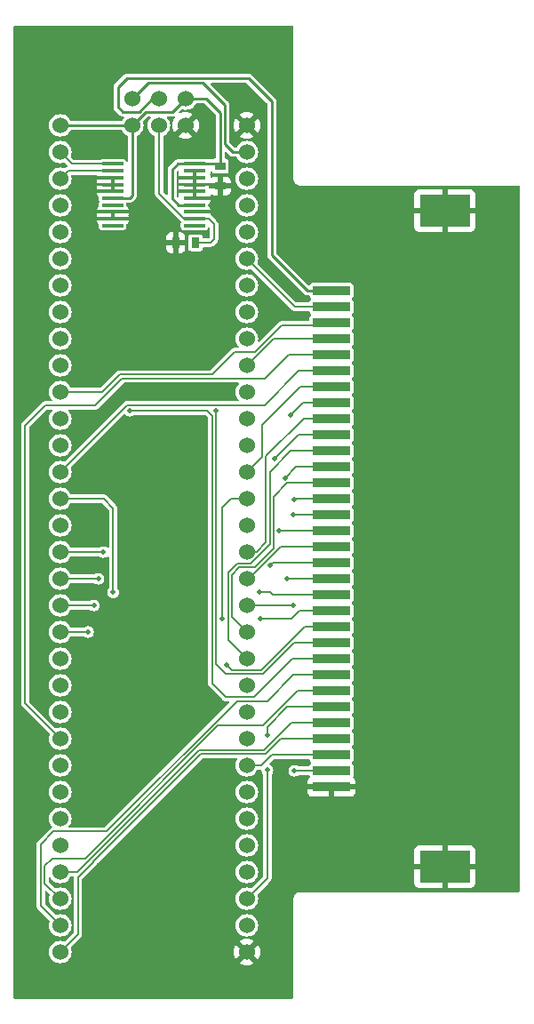
<source format=gtl>
%TF.GenerationSoftware,KiCad,Pcbnew,7.0.8*%
%TF.CreationDate,2023-12-20T10:37:58-05:00*%
%TF.ProjectId,gba-umd,6762612d-756d-4642-9e6b-696361645f70,rev?*%
%TF.SameCoordinates,PX7cc0090PY8eeaea0*%
%TF.FileFunction,Copper,L1,Top*%
%TF.FilePolarity,Positive*%
%FSLAX46Y46*%
G04 Gerber Fmt 4.6, Leading zero omitted, Abs format (unit mm)*
G04 Created by KiCad (PCBNEW 7.0.8) date 2023-12-20 10:37:58*
%MOMM*%
%LPD*%
G01*
G04 APERTURE LIST*
%TA.AperFunction,ComponentPad*%
%ADD10C,1.524000*%
%TD*%
%TA.AperFunction,SMDPad,CuDef*%
%ADD11R,2.000000X0.300000*%
%TD*%
%TA.AperFunction,SMDPad,CuDef*%
%ADD12R,1.000000X0.800000*%
%TD*%
%TA.AperFunction,SMDPad,CuDef*%
%ADD13R,0.800000X1.000000*%
%TD*%
%TA.AperFunction,SMDPad,CuDef*%
%ADD14R,3.556000X0.889000*%
%TD*%
%TA.AperFunction,SMDPad,CuDef*%
%ADD15R,4.826000X3.048000*%
%TD*%
%TA.AperFunction,ViaPad*%
%ADD16C,0.508000*%
%TD*%
%TA.AperFunction,Conductor*%
%ADD17C,0.177800*%
%TD*%
%TA.AperFunction,Conductor*%
%ADD18C,0.254000*%
%TD*%
G04 APERTURE END LIST*
D10*
%TO.P,CON102,1,+3.3V*%
%TO.N,+3V3*%
X5080000Y83820000D03*
%TO.P,CON102,2,SCL*%
%TO.N,/SCL*%
X5080000Y81280000D03*
%TO.P,CON102,3,SDA*%
%TO.N,/SDA*%
X5080000Y78740000D03*
%TO.P,CON102,4,MOSI/IO6*%
%TO.N,unconnected-(CON102A-MOSI{slash}IO6-Pad4)*%
X5080000Y76200000D03*
%TO.P,CON102,5,SCK/IO4*%
%TO.N,unconnected-(CON102A-SCK{slash}IO4-Pad5)*%
X5080000Y73660000D03*
%TO.P,CON102,6,TIMER*%
%TO.N,unconnected-(CON102A-TIMER-Pad6)*%
X5080000Y71120000D03*
%TO.P,CON102,7,A15*%
%TO.N,unconnected-(CON102A-A15-Pad7)*%
X5080000Y68580000D03*
%TO.P,CON102,8,A13*%
%TO.N,unconnected-(CON102A-A13-Pad8)*%
X5080000Y66040000D03*
%TO.P,CON102,9,A18*%
%TO.N,/A18*%
X5080000Y63500000D03*
%TO.P,CON102,10,A16*%
%TO.N,/A16*%
X5080000Y60960000D03*
%TO.P,CON102,11,~{WR}*%
%TO.N,/~{WR}*%
X5080000Y58420000D03*
%TO.P,CON102,12,A10*%
%TO.N,unconnected-(CON102A-A10-Pad12)*%
X5080000Y55880000D03*
%TO.P,CON102,13,A8*%
%TO.N,unconnected-(CON102A-A8-Pad13)*%
X5080000Y53340000D03*
%TO.P,CON102,14,D0*%
%TO.N,/AD0*%
X5080000Y50800000D03*
%TO.P,CON102,15,D14*%
%TO.N,/AD14*%
X5080000Y48260000D03*
%TO.P,CON102,16,D2*%
%TO.N,/AD2*%
X5080000Y45720000D03*
%TO.P,CON102,17,D12*%
%TO.N,/AD12*%
X5080000Y43180000D03*
%TO.P,CON102,18,D10*%
%TO.N,/AD10*%
X5080000Y40640000D03*
%TO.P,CON102,19,D8*%
%TO.N,/AD8*%
X5080000Y38100000D03*
%TO.P,CON102,20,D6*%
%TO.N,/AD6*%
X5080000Y35560000D03*
%TO.P,CON102,21,D4*%
%TO.N,/AD4*%
X5080000Y33020000D03*
%TO.P,CON102,22,IO0*%
%TO.N,unconnected-(CON102A-IO0-Pad22)*%
X5080000Y30480000D03*
%TO.P,CON102,23,IO2*%
%TO.N,unconnected-(CON102A-IO2-Pad23)*%
X5080000Y27940000D03*
%TO.P,CON102,24,~{CE0}*%
%TO.N,/~{AS}*%
X5080000Y25400000D03*
%TO.P,CON102,25,~{CE2}*%
%TO.N,unconnected-(CON102A-~{CE2}-Pad25)*%
X5080000Y22860000D03*
%TO.P,CON102,26,A5*%
%TO.N,unconnected-(CON102A-A5-Pad26)*%
X5080000Y20320000D03*
%TO.P,CON102,27,A3*%
%TO.N,unconnected-(CON102A-A3-Pad27)*%
X5080000Y17780000D03*
%TO.P,CON102,28,A1*%
%TO.N,unconnected-(CON102A-A1-Pad28)*%
X5080000Y15240000D03*
%TO.P,CON102,29,A22*%
%TO.N,/A22*%
X5080000Y12700000D03*
%TO.P,CON102,30,A20*%
%TO.N,/A20*%
X5080000Y10160000D03*
%TO.P,CON102,31,A19*%
%TO.N,/A19*%
X5080000Y7620000D03*
%TO.P,CON102,32,A23*%
%TO.N,/A23*%
X5080000Y5080000D03*
%TO.P,CON102,33,GND*%
%TO.N,GND*%
X22860000Y5080000D03*
%TO.P,CON102,34,+5V*%
%TO.N,unconnected-(CON102B-+5V-Pad34)*%
X22860000Y7620000D03*
%TO.P,CON102,35,A21*%
%TO.N,/A21*%
X22860000Y10160000D03*
%TO.P,CON102,36,A0*%
%TO.N,unconnected-(CON102B-A0-Pad36)*%
X22860000Y12700000D03*
%TO.P,CON102,37,A2*%
%TO.N,unconnected-(CON102B-A2-Pad37)*%
X22860000Y15240000D03*
%TO.P,CON102,38,A4*%
%TO.N,unconnected-(CON102B-A4-Pad38)*%
X22860000Y17780000D03*
%TO.P,CON102,39,~{CE3}*%
%TO.N,unconnected-(CON102B-~{CE3}-Pad39)*%
X22860000Y20320000D03*
%TO.P,CON102,40,~{CE1}*%
%TO.N,/~{SCS}*%
X22860000Y22860000D03*
%TO.P,CON102,41,A6*%
%TO.N,unconnected-(CON102B-A6-Pad41)*%
X22860000Y25400000D03*
%TO.P,CON102,42,IO3*%
%TO.N,/IRQ*%
X22860000Y27940000D03*
%TO.P,CON102,43,IO1*%
%TO.N,unconnected-(CON102B-IO1-Pad43)*%
X22860000Y30480000D03*
%TO.P,CON102,44,D5*%
%TO.N,/AD5*%
X22860000Y33020000D03*
%TO.P,CON102,45,D7*%
%TO.N,/AD7*%
X22860000Y35560000D03*
%TO.P,CON102,46,D9*%
%TO.N,/AD9*%
X22860000Y38100000D03*
%TO.P,CON102,47,D11*%
%TO.N,/AD11*%
X22860000Y40640000D03*
%TO.P,CON102,48,D3*%
%TO.N,/AD3*%
X22860000Y43180000D03*
%TO.P,CON102,49,D13*%
%TO.N,/AD13*%
X22860000Y45720000D03*
%TO.P,CON102,50,D15*%
%TO.N,/AD15*%
X22860000Y48260000D03*
%TO.P,CON102,51,D1*%
%TO.N,/AD1*%
X22860000Y50800000D03*
%TO.P,CON102,52,A7*%
%TO.N,unconnected-(CON102B-A7-Pad52)*%
X22860000Y53340000D03*
%TO.P,CON102,53,A9*%
%TO.N,unconnected-(CON102B-A9-Pad53)*%
X22860000Y55880000D03*
%TO.P,CON102,54,A11*%
%TO.N,unconnected-(CON102B-A11-Pad54)*%
X22860000Y58420000D03*
%TO.P,CON102,55,~{RD}*%
%TO.N,/~{RD}*%
X22860000Y60960000D03*
%TO.P,CON102,56,A17*%
%TO.N,/A17*%
X22860000Y63500000D03*
%TO.P,CON102,57,A12*%
%TO.N,unconnected-(CON102B-A12-Pad57)*%
X22860000Y66040000D03*
%TO.P,CON102,58,A14*%
%TO.N,unconnected-(CON102B-A14-Pad58)*%
X22860000Y68580000D03*
%TO.P,CON102,59,CLK*%
%TO.N,/CLK*%
X22860000Y71120000D03*
%TO.P,CON102,60,NSS/IO5*%
%TO.N,unconnected-(CON102B-NSS{slash}IO5-Pad60)*%
X22860000Y73660000D03*
%TO.P,CON102,61,MISO/IO7*%
%TO.N,unconnected-(CON102B-MISO{slash}IO7-Pad61)*%
X22860000Y76200000D03*
%TO.P,CON102,62,IO8*%
%TO.N,unconnected-(CON102B-IO8-Pad62)*%
X22860000Y78740000D03*
%TO.P,CON102,63,+5V*%
%TO.N,+5V*%
X22860000Y81280000D03*
%TO.P,CON102,64,GND*%
%TO.N,GND*%
X22860000Y83820000D03*
%TD*%
D11*
%TO.P,U100,1,SCL*%
%TO.N,/SCL*%
X10070000Y80141000D03*
%TO.P,U100,2,SDA*%
%TO.N,/SDA*%
X10070000Y79491000D03*
%TO.P,U100,3,A2*%
%TO.N,GND*%
X10070000Y78841000D03*
%TO.P,U100,4,A1*%
X10070000Y78191000D03*
%TO.P,U100,5,A0*%
X10070000Y77541000D03*
%TO.P,U100,6,~{RESET}*%
%TO.N,+3V3*%
X10070000Y76891000D03*
%TO.P,U100,7,NC*%
%TO.N,unconnected-(U100A-NC-Pad7)*%
X10070000Y76241000D03*
%TO.P,U100,8,INT*%
%TO.N,GND*%
X10070000Y75591000D03*
%TO.P,U100,9,Vss*%
X10070000Y74941000D03*
%TO.P,U100,10,NC*%
%TO.N,unconnected-(U100A-NC-Pad10)*%
X10070000Y74291000D03*
%TO.P,U100,11,NC*%
%TO.N,unconnected-(U100A-NC-Pad11)*%
X17870000Y74291000D03*
%TO.P,U100,12,GP0*%
%TO.N,/ID*%
X17870000Y74941000D03*
%TO.P,U100,13,GP1*%
%TO.N,GND*%
X17870000Y75591000D03*
%TO.P,U100,14,GP2*%
%TO.N,+3V3*%
X17870000Y76241000D03*
%TO.P,U100,15,GP3*%
%TO.N,GND*%
X17870000Y76891000D03*
%TO.P,U100,16,GP4*%
X17870000Y77541000D03*
%TO.P,U100,17,GP5*%
X17870000Y78191000D03*
%TO.P,U100,18,GP6*%
X17870000Y78841000D03*
%TO.P,U100,19,GP7*%
X17870000Y79491000D03*
%TO.P,U100,20,Vdd*%
%TO.N,+3V3*%
X17870000Y80141000D03*
%TD*%
D10*
%TO.P,CON101,1,1*%
%TO.N,+3V3*%
X11938000Y83820000D03*
%TO.P,CON101,2,2*%
%TO.N,+5V*%
X11938000Y86360000D03*
%TO.P,CON101,3,3*%
%TO.N,/ID*%
X14478000Y83820000D03*
%TO.P,CON101,4,4*%
%TO.N,/CARTV*%
X14478000Y86360000D03*
%TO.P,CON101,5,5*%
%TO.N,GND*%
X17018000Y83820000D03*
%TO.P,CON101,6,6*%
%TO.N,+3V3*%
X17018000Y86360000D03*
%TD*%
D12*
%TO.P,C101,1*%
%TO.N,+3V3*%
X20320000Y79944000D03*
%TO.P,C101,2*%
%TO.N,GND*%
X20320000Y78044000D03*
%TD*%
D13*
%TO.P,R101,1*%
%TO.N,/ID*%
X17968000Y72644000D03*
%TO.P,R101,2*%
%TO.N,GND*%
X16068000Y72644000D03*
%TD*%
D14*
%TO.P,CON103,1,3V3*%
%TO.N,/CARTV*%
X30924500Y68072000D03*
%TO.P,CON103,2,CLK*%
%TO.N,/CLK*%
X30924500Y66548000D03*
%TO.P,CON103,3,~{WR}*%
%TO.N,/~{WR}*%
X30924500Y65024000D03*
%TO.P,CON103,4,~{RD}*%
%TO.N,/~{RD}*%
X30924500Y63500000D03*
%TO.P,CON103,5,~{AS}*%
%TO.N,/~{AS}*%
X30924500Y61976000D03*
%TO.P,CON103,6,AD0*%
%TO.N,/AD0*%
X30924500Y60452000D03*
%TO.P,CON103,7,AD1*%
%TO.N,/AD1*%
X30924500Y58928000D03*
%TO.P,CON103,8,AD2*%
%TO.N,/AD2*%
X30924500Y57404000D03*
%TO.P,CON103,9,AD3*%
%TO.N,/AD3*%
X30924500Y55880000D03*
%TO.P,CON103,10,AD4*%
%TO.N,/AD4*%
X30924500Y54356000D03*
%TO.P,CON103,11,AD5*%
%TO.N,/AD5*%
X30924500Y52832000D03*
%TO.P,CON103,12,AD6*%
%TO.N,/AD6*%
X30924500Y51308000D03*
%TO.P,CON103,13,AD7*%
%TO.N,/AD7*%
X30924500Y49784000D03*
%TO.P,CON103,14,AD8*%
%TO.N,/AD8*%
X30924500Y48260000D03*
%TO.P,CON103,15,AD9*%
%TO.N,/AD9*%
X30924500Y46736000D03*
%TO.P,CON103,16,AD10*%
%TO.N,/AD10*%
X30924500Y45212000D03*
%TO.P,CON103,17,AD11*%
%TO.N,/AD11*%
X30924500Y43688000D03*
%TO.P,CON103,18,AD12*%
%TO.N,/AD12*%
X30924500Y42164000D03*
%TO.P,CON103,19,AD13*%
%TO.N,/AD13*%
X30924500Y40640000D03*
%TO.P,CON103,20,AD14*%
%TO.N,/AD14*%
X30924500Y39116000D03*
%TO.P,CON103,21,AD15*%
%TO.N,/AD15*%
X30924500Y37592000D03*
%TO.P,CON103,22,A16*%
%TO.N,/A16*%
X30924500Y36068000D03*
%TO.P,CON103,23,A17*%
%TO.N,/A17*%
X30924500Y34544000D03*
%TO.P,CON103,24,A18*%
%TO.N,/A18*%
X30924500Y33020000D03*
%TO.P,CON103,25,A19*%
%TO.N,/A19*%
X30924500Y31496000D03*
%TO.P,CON103,26,A20*%
%TO.N,/A20*%
X30924500Y29972000D03*
%TO.P,CON103,27,A21*%
%TO.N,/A21*%
X30924500Y28448000D03*
%TO.P,CON103,28,A22*%
%TO.N,/A22*%
X30924500Y26924000D03*
%TO.P,CON103,29,A23*%
%TO.N,/A23*%
X30924500Y25400000D03*
%TO.P,CON103,30,~{SCS}*%
%TO.N,/~{SCS}*%
X30924500Y23876000D03*
%TO.P,CON103,31,IRQ*%
%TO.N,/IRQ*%
X30924500Y22352000D03*
%TO.P,CON103,32,GND*%
%TO.N,GND*%
X30924500Y20828000D03*
D15*
%TO.P,CON103,33,CASE*%
X41719500Y75692000D03*
X41719500Y13208000D03*
%TD*%
D16*
%TO.N,GND*%
X7620000Y74930000D03*
X13970000Y72390000D03*
X20320000Y76200000D03*
X2540000Y91440000D03*
X2540000Y2540000D03*
X38100000Y76200000D03*
X38100000Y72390000D03*
X41910000Y72390000D03*
X45720000Y72390000D03*
X38100000Y12700000D03*
X38100000Y16510000D03*
X45720000Y16510000D03*
X41910000Y16510000D03*
X33655000Y20955000D03*
X27940000Y20955000D03*
X31115000Y19050000D03*
X45720000Y12700000D03*
X45720000Y76200000D03*
%TO.N,/A21*%
X24815800Y22402800D03*
X24815800Y25781000D03*
%TO.N,/IRQ*%
X27381200Y22352000D03*
%TO.N,/A18*%
X11709400Y56642000D03*
%TO.N,/A16*%
X20955000Y32410400D03*
%TO.N,/AD14*%
X10109200Y39344600D03*
X24079200Y39344600D03*
%TO.N,/AD2*%
X27025600Y56261000D03*
%TO.N,/AD12*%
X25069800Y41910000D03*
X9194800Y43180000D03*
%TO.N,/AD10*%
X8712200Y40640000D03*
X25933400Y45237400D03*
%TO.N,/AD8*%
X27330400Y48183800D03*
X8280400Y38100000D03*
%TO.N,/AD6*%
X26487980Y50249751D03*
X7721600Y35560000D03*
%TO.N,/AD4*%
X25527000Y52070000D03*
%TO.N,/AD9*%
X27279600Y46710600D03*
X27305000Y38100000D03*
%TO.N,/AD13*%
X26720800Y40640000D03*
%TO.N,/AD15*%
X20523200Y36855400D03*
X24104600Y36855400D03*
%TO.N,/A17*%
X19888200Y56616600D03*
%TD*%
D17*
%TO.N,/A18*%
X19532600Y56159400D02*
X19050000Y56642000D01*
X19532600Y30683200D02*
X19532600Y56159400D01*
X20853400Y29362400D02*
X19532600Y30683200D01*
X23571200Y29362400D02*
X20853400Y29362400D01*
X19050000Y56642000D02*
X11709400Y56642000D01*
X27228800Y33020000D02*
X23571200Y29362400D01*
X30924500Y33020000D02*
X27228800Y33020000D01*
%TO.N,/~{WR}*%
X30670500Y64770000D02*
X30924500Y65024000D01*
X26162000Y64770000D02*
X30670500Y64770000D01*
X23622000Y62230000D02*
X26162000Y64770000D01*
X10769600Y60096400D02*
X19558000Y60096400D01*
X19558000Y60096400D02*
X21691600Y62230000D01*
X9093200Y58420000D02*
X10769600Y60096400D01*
X21691600Y62230000D02*
X23622000Y62230000D01*
X5080000Y58420000D02*
X9093200Y58420000D01*
%TO.N,/A23*%
X24612600Y23952200D02*
X26060400Y25400000D01*
X18465800Y23952200D02*
X24612600Y23952200D01*
X8229600Y13716000D02*
X18465800Y23952200D01*
X8229600Y13665200D02*
X8229600Y13716000D01*
X26060400Y25400000D02*
X30924500Y25400000D01*
X6756400Y12192000D02*
X8229600Y13665200D01*
X6756400Y6756400D02*
X6756400Y12192000D01*
X5080000Y5080000D02*
X6756400Y6756400D01*
%TO.N,/A22*%
X18288000Y24307800D02*
X6680200Y12700000D01*
X6680200Y12700000D02*
X5080000Y12700000D01*
X24460200Y24307800D02*
X18288000Y24307800D01*
X27076400Y26924000D02*
X24460200Y24307800D01*
X30924500Y26924000D02*
X27076400Y26924000D01*
%TO.N,/A20*%
X7442200Y13995400D02*
X4343400Y13995400D01*
X20104100Y26657300D02*
X7442200Y13995400D01*
X24422100Y26657300D02*
X20104100Y26657300D01*
X3606800Y13258800D02*
X3606800Y11633200D01*
X3606800Y11633200D02*
X5080000Y10160000D01*
X27736800Y29972000D02*
X24422100Y26657300D01*
X30924500Y29972000D02*
X27736800Y29972000D01*
X4343400Y13995400D02*
X3606800Y13258800D01*
%TO.N,/A19*%
X3225800Y9474200D02*
X5080000Y7620000D01*
X3225800Y15367000D02*
X3225800Y9474200D01*
X21907500Y28968700D02*
X9499600Y16560800D01*
X24777700Y28968700D02*
X21907500Y28968700D01*
X27305000Y31496000D02*
X24777700Y28968700D01*
X9499600Y16560800D02*
X4419600Y16560800D01*
X30924500Y31496000D02*
X27305000Y31496000D01*
X4419600Y16560800D02*
X3225800Y15367000D01*
%TO.N,/A21*%
X24815800Y12115800D02*
X22860000Y10160000D01*
X24815800Y26543000D02*
X24815800Y25781000D01*
X24815800Y22402800D02*
X24815800Y12115800D01*
%TO.N,/IRQ*%
X27381200Y22352000D02*
X30924500Y22352000D01*
D18*
%TO.N,+3V3*%
X16367400Y76241000D02*
X17870000Y76241000D01*
X18973800Y86360000D02*
X17018000Y86360000D01*
X20123000Y80141000D02*
X20320000Y79944000D01*
X20320000Y79944000D02*
X20320000Y85013800D01*
X13233400Y85115400D02*
X11938000Y83820000D01*
X15773400Y85115400D02*
X13233400Y85115400D01*
X17018000Y86360000D02*
X15773400Y85115400D01*
X11938000Y83820000D02*
X5080000Y83820000D01*
X11689200Y76891000D02*
X10070000Y76891000D01*
X16285400Y80141000D02*
X15748000Y79603600D01*
X17870000Y80141000D02*
X20123000Y80141000D01*
X11938000Y83820000D02*
X11938000Y77139800D01*
X20320000Y85013800D02*
X18973800Y86360000D01*
X17870000Y80141000D02*
X16285400Y80141000D01*
X11938000Y77139800D02*
X11689200Y76891000D01*
X15748000Y79603600D02*
X15748000Y76860400D01*
X15748000Y76860400D02*
X16367400Y76241000D01*
%TO.N,+5V*%
X18669000Y87858600D02*
X13436600Y87858600D01*
X13436600Y87858600D02*
X11938000Y86360000D01*
X22860000Y81280000D02*
X21513800Y81280000D01*
X21513800Y81280000D02*
X20751800Y82042000D01*
X20751800Y85775800D02*
X18669000Y87858600D01*
X20751800Y82042000D02*
X20751800Y85775800D01*
D17*
%TO.N,/ID*%
X14478000Y77333000D02*
X14478000Y83820000D01*
X17870000Y74941000D02*
X16870000Y74941000D01*
X19380200Y72644000D02*
X17968000Y72644000D01*
X19735800Y72999600D02*
X19380200Y72644000D01*
X19191400Y74941000D02*
X19735800Y74396600D01*
X16870000Y74941000D02*
X14478000Y77333000D01*
X17870000Y74941000D02*
X19191400Y74941000D01*
X19735800Y74396600D02*
X19735800Y72999600D01*
D18*
%TO.N,/CARTV*%
X11023600Y85115400D02*
X12598400Y85115400D01*
X13843000Y86360000D02*
X14478000Y86360000D01*
X12598400Y85115400D02*
X13843000Y86360000D01*
X25222200Y86106000D02*
X23037800Y88290400D01*
D17*
X14478000Y86360000D02*
X13766800Y86360000D01*
D18*
X30924500Y68072000D02*
X28600400Y68072000D01*
X11404600Y88290400D02*
X10566400Y87452200D01*
X23037800Y88290400D02*
X11404600Y88290400D01*
X10566400Y87452200D02*
X10566400Y85572600D01*
X25222200Y71450200D02*
X25222200Y86106000D01*
X10566400Y85572600D02*
X11023600Y85115400D01*
X28600400Y68072000D02*
X25222200Y71450200D01*
D17*
%TO.N,/SCL*%
X6219000Y80141000D02*
X5080000Y81280000D01*
X10070000Y80141000D02*
X6219000Y80141000D01*
%TO.N,/SDA*%
X5831000Y79491000D02*
X5080000Y78740000D01*
X10070000Y79491000D02*
X5831000Y79491000D01*
%TO.N,/A16*%
X24231600Y31953200D02*
X28346400Y36068000D01*
X21412200Y31953200D02*
X20955000Y32410400D01*
X28346400Y36068000D02*
X30924500Y36068000D01*
X24231600Y31953200D02*
X21412200Y31953200D01*
%TO.N,/AD0*%
X27813000Y60452000D02*
X24536400Y57175400D01*
X11455400Y57175400D02*
X5080000Y50800000D01*
X24536400Y57175400D02*
X11455400Y57175400D01*
X30924500Y60452000D02*
X27813000Y60452000D01*
%TO.N,/AD14*%
X25298400Y39116000D02*
X25069800Y39344600D01*
X25069800Y39344600D02*
X24079200Y39344600D01*
X9220200Y48260000D02*
X5080000Y48260000D01*
X10109200Y47371000D02*
X9220200Y48260000D01*
X10109200Y39344600D02*
X10109200Y47371000D01*
X30924500Y39116000D02*
X25298400Y39116000D01*
%TO.N,/AD2*%
X28168600Y57404000D02*
X27025600Y56261000D01*
X30924500Y57404000D02*
X28168600Y57404000D01*
%TO.N,/AD12*%
X30924500Y42164000D02*
X25323800Y42164000D01*
X30924500Y42164000D02*
X26670000Y42164000D01*
X9194800Y43180000D02*
X5080000Y43180000D01*
X25323800Y42164000D02*
X25069800Y41910000D01*
%TO.N,/AD10*%
X30924500Y45212000D02*
X28168600Y45212000D01*
X25958800Y45212000D02*
X25933400Y45237400D01*
X28168600Y45212000D02*
X25958800Y45212000D01*
X8712200Y40640000D02*
X5080000Y40640000D01*
%TO.N,/AD8*%
X27406600Y48260000D02*
X27330400Y48183800D01*
X30924500Y48260000D02*
X27406600Y48260000D01*
X8280400Y38100000D02*
X5080000Y38100000D01*
%TO.N,/AD6*%
X27546229Y51308000D02*
X26487980Y50249751D01*
X5080000Y35560000D02*
X7721600Y35560000D01*
X30924500Y51308000D02*
X27546229Y51308000D01*
%TO.N,/AD4*%
X25527000Y52070000D02*
X27813000Y54356000D01*
X27813000Y54356000D02*
X30924500Y54356000D01*
%TO.N,/~{AS}*%
X1727200Y28752800D02*
X5080000Y25400000D01*
X8407400Y57150000D02*
X3632200Y57150000D01*
X24587200Y59715400D02*
X10972800Y59715400D01*
X30924500Y61976000D02*
X26847800Y61976000D01*
X1727200Y55245000D02*
X1727200Y28752800D01*
X26847800Y61976000D02*
X24587200Y59715400D01*
X3632200Y57150000D02*
X1727200Y55245000D01*
X10972800Y59715400D02*
X8407400Y57150000D01*
%TO.N,/A21*%
X26720800Y28448000D02*
X24815800Y26543000D01*
X30924500Y28448000D02*
X26720800Y28448000D01*
%TO.N,/~{SCS}*%
X24257000Y22860000D02*
X25273000Y23876000D01*
X30924500Y23876000D02*
X25273000Y23876000D01*
X22860000Y22860000D02*
X24257000Y22860000D01*
%TO.N,/AD5*%
X21945600Y42062400D02*
X21082000Y41198800D01*
X21082000Y34798000D02*
X22860000Y33020000D01*
X23195306Y42062400D02*
X21945600Y42062400D01*
X30924500Y52832000D02*
X27051000Y52832000D01*
X25044400Y50825400D02*
X25044400Y43911494D01*
X21082000Y41198800D02*
X21082000Y34798000D01*
X27051000Y52832000D02*
X25044400Y50825400D01*
X25044400Y43911494D02*
X23195306Y42062400D01*
%TO.N,/AD7*%
X26720800Y49784000D02*
X30924500Y49784000D01*
X25400000Y43510200D02*
X25400000Y48463200D01*
X21437600Y36982400D02*
X21437600Y41021000D01*
X23596600Y41706800D02*
X25400000Y43510200D01*
X21437600Y41021000D02*
X22123400Y41706800D01*
X25400000Y48463200D02*
X26720800Y49784000D01*
X22860000Y35560000D02*
X21437600Y36982400D01*
X22123400Y41706800D02*
X23596600Y41706800D01*
%TO.N,/AD9*%
X27305000Y46736000D02*
X27279600Y46710600D01*
X30924500Y46736000D02*
X27305000Y46736000D01*
X27305000Y38100000D02*
X22860000Y38100000D01*
%TO.N,/AD11*%
X30924500Y43688000D02*
X26085800Y43688000D01*
X26085800Y43688000D02*
X23037800Y40640000D01*
X23037800Y40640000D02*
X22860000Y40640000D01*
%TO.N,/AD3*%
X24688800Y44094400D02*
X24688800Y52298600D01*
X28270200Y55880000D02*
X30924500Y55880000D01*
X23774400Y43180000D02*
X24688800Y44094400D01*
X22860000Y43180000D02*
X23774400Y43180000D01*
X24688800Y52298600D02*
X28270200Y55880000D01*
%TO.N,/AD13*%
X30924500Y40640000D02*
X26720800Y40640000D01*
%TO.N,/AD15*%
X20523200Y36855400D02*
X20523200Y47447200D01*
X21336000Y48260000D02*
X22860000Y48260000D01*
X27863800Y37592000D02*
X27127200Y36855400D01*
X20523200Y47447200D02*
X21336000Y48260000D01*
X30924500Y37592000D02*
X27863800Y37592000D01*
X27127200Y36855400D02*
X24104600Y36855400D01*
%TO.N,/AD1*%
X24333200Y55295800D02*
X24333200Y52273200D01*
X24333200Y52273200D02*
X22860000Y50800000D01*
X27965400Y58928000D02*
X24333200Y55295800D01*
X30924500Y58928000D02*
X27965400Y58928000D01*
%TO.N,/~{RD}*%
X30924500Y63500000D02*
X25400000Y63500000D01*
X25400000Y63500000D02*
X22860000Y60960000D01*
%TO.N,/A17*%
X20802600Y31597600D02*
X19913600Y32486600D01*
X19913600Y32486600D02*
X19913600Y56591200D01*
X30924500Y34544000D02*
X27330400Y34544000D01*
X24384000Y31597600D02*
X20802600Y31597600D01*
X27330400Y34544000D02*
X24384000Y31597600D01*
X19913600Y56591200D02*
X19888200Y56616600D01*
%TO.N,/CLK*%
X30924500Y66548000D02*
X27432000Y66548000D01*
X27432000Y66548000D02*
X22860000Y71120000D01*
%TD*%
%TA.AperFunction,Conductor*%
%TO.N,GND*%
G36*
X18814826Y85907135D02*
G01*
X18820480Y85901955D01*
X19861955Y84860481D01*
X19887366Y84805987D01*
X19887700Y84798326D01*
X19887700Y80737200D01*
X19867135Y80680699D01*
X19815064Y80650635D01*
X19799803Y80649300D01*
X19774424Y80649300D01*
X19748892Y80646339D01*
X19748887Y80646337D01*
X19644476Y80600235D01*
X19644475Y80600235D01*
X19644475Y80600234D01*
X19643285Y80599045D01*
X19641573Y80598246D01*
X19637756Y80595631D01*
X19637322Y80596264D01*
X19588793Y80573634D01*
X19581132Y80573300D01*
X19005032Y80573300D01*
X18969528Y80580790D01*
X18958112Y80585831D01*
X18941110Y80593338D01*
X18941107Y80593339D01*
X18915590Y80596299D01*
X18915585Y80596300D01*
X18915579Y80596300D01*
X18915571Y80596300D01*
X16824425Y80596300D01*
X16802747Y80593786D01*
X16798891Y80593338D01*
X16798889Y80593338D01*
X16798888Y80593337D01*
X16784035Y80586779D01*
X16770471Y80580790D01*
X16734968Y80573300D01*
X16312143Y80573300D01*
X16307217Y80573577D01*
X16269055Y80577878D01*
X16212972Y80567267D01*
X16156541Y80558761D01*
X16150245Y80556818D01*
X16150153Y80557115D01*
X16147124Y80556118D01*
X16147226Y80555826D01*
X16141009Y80553651D01*
X16122643Y80543944D01*
X16090556Y80526986D01*
X16039126Y80502218D01*
X16039122Y80502216D01*
X16033683Y80498507D01*
X16033509Y80498762D01*
X16030907Y80496916D01*
X16031091Y80496667D01*
X16025791Y80492756D01*
X16005616Y80472581D01*
X15985440Y80452405D01*
X15973428Y80441259D01*
X15943598Y80413581D01*
X15939492Y80408431D01*
X15939249Y80408625D01*
X15931295Y80398261D01*
X15461226Y79928194D01*
X15457550Y79924908D01*
X15427521Y79900960D01*
X15411446Y79877382D01*
X15395371Y79853804D01*
X15382993Y79837033D01*
X15361479Y79807883D01*
X15358403Y79802062D01*
X15358131Y79802206D01*
X15356689Y79799349D01*
X15356967Y79799215D01*
X15354111Y79793285D01*
X15353616Y79791680D01*
X15337292Y79738760D01*
X15327967Y79712109D01*
X15318437Y79684874D01*
X15317212Y79678401D01*
X15316909Y79678459D01*
X15316376Y79675320D01*
X15316681Y79675274D01*
X15315700Y79668762D01*
X15315700Y79611693D01*
X15313566Y79554646D01*
X15314303Y79548104D01*
X15313993Y79548070D01*
X15315700Y79535114D01*
X15315700Y77264993D01*
X15295135Y77208492D01*
X15243064Y77178428D01*
X15183850Y77188869D01*
X15165645Y77202838D01*
X14897945Y77470538D01*
X14872534Y77525032D01*
X14872200Y77532693D01*
X14872200Y82767821D01*
X14892765Y82824322D01*
X14918660Y82845340D01*
X15073829Y82928279D01*
X15236347Y83061653D01*
X15369721Y83224171D01*
X15468828Y83409586D01*
X15529857Y83610773D01*
X15550464Y83820000D01*
X15529857Y84029227D01*
X15468828Y84230414D01*
X15369721Y84415829D01*
X15268278Y84539438D01*
X15248332Y84596159D01*
X15269512Y84652432D01*
X15321909Y84681926D01*
X15336227Y84683100D01*
X15746657Y84683100D01*
X15751583Y84682823D01*
X15789747Y84678523D01*
X15845827Y84689134D01*
X15900717Y84697407D01*
X15959652Y84685493D01*
X15997140Y84638484D01*
X15995641Y84578375D01*
X15985821Y84560072D01*
X15913946Y84457425D01*
X15913946Y84457424D01*
X15820031Y84256025D01*
X15762517Y84041378D01*
X15743149Y83820000D01*
X15762517Y83598623D01*
X15820031Y83383976D01*
X15913947Y83182574D01*
X15913950Y83182569D01*
X15958185Y83119397D01*
X16527193Y83688405D01*
X16551155Y83606799D01*
X16630131Y83483910D01*
X16740530Y83388248D01*
X16873408Y83327565D01*
X16883345Y83326137D01*
X16317395Y82760186D01*
X16380572Y82715948D01*
X16380574Y82715947D01*
X16581975Y82622032D01*
X16796622Y82564518D01*
X17018000Y82545150D01*
X17239377Y82564518D01*
X17454024Y82622032D01*
X17655419Y82715944D01*
X17655425Y82715948D01*
X17718603Y82760187D01*
X17152653Y83326137D01*
X17162592Y83327565D01*
X17295470Y83388248D01*
X17405869Y83483910D01*
X17484845Y83606799D01*
X17508806Y83688405D01*
X18077813Y83119397D01*
X18122052Y83182575D01*
X18122056Y83182581D01*
X18215968Y83383976D01*
X18273482Y83598623D01*
X18292850Y83820000D01*
X18273482Y84041378D01*
X18215968Y84256025D01*
X18122052Y84457426D01*
X18122046Y84457437D01*
X18077814Y84520606D01*
X17508805Y83951598D01*
X17484845Y84033201D01*
X17405869Y84156090D01*
X17295470Y84251752D01*
X17162592Y84312435D01*
X17152653Y84313864D01*
X17718603Y84879816D01*
X17655431Y84924050D01*
X17655426Y84924053D01*
X17454024Y85017969D01*
X17239377Y85075483D01*
X17018000Y85094851D01*
X16796622Y85075483D01*
X16581980Y85017970D01*
X16481690Y84971204D01*
X16421791Y84965964D01*
X16372538Y85000452D01*
X16356977Y85058530D01*
X16382386Y85113023D01*
X16594079Y85324716D01*
X16648572Y85350126D01*
X16681749Y85346675D01*
X16792788Y85312992D01*
X16808773Y85308143D01*
X17018000Y85287536D01*
X17227227Y85308143D01*
X17428414Y85369172D01*
X17613829Y85468279D01*
X17776347Y85601653D01*
X17909721Y85764171D01*
X17972294Y85881237D01*
X18017066Y85921371D01*
X18049815Y85927700D01*
X18758325Y85927700D01*
X18814826Y85907135D01*
G37*
%TD.AperFunction*%
%TA.AperFunction,Conductor*%
G36*
X27273101Y93323935D02*
G01*
X27303165Y93271864D01*
X27304500Y93256600D01*
X27304500Y78808382D01*
X27302943Y78791912D01*
X27300713Y78780222D01*
X27304413Y78721401D01*
X27304500Y78718641D01*
X27304500Y78700017D01*
X27305199Y78694483D01*
X27306833Y78681539D01*
X27307093Y78678793D01*
X27310794Y78619976D01*
X27314474Y78608649D01*
X27318080Y78592513D01*
X27319572Y78580706D01*
X27319573Y78580701D01*
X27341273Y78525893D01*
X27342201Y78523314D01*
X27360412Y78467268D01*
X27360412Y78467267D01*
X27366787Y78457222D01*
X27374298Y78442482D01*
X27378682Y78431410D01*
X27413323Y78383730D01*
X27414861Y78381467D01*
X27446447Y78331697D01*
X27446448Y78331696D01*
X27455121Y78323551D01*
X27466060Y78311143D01*
X27473053Y78301518D01*
X27473056Y78301516D01*
X27473058Y78301513D01*
X27518466Y78263949D01*
X27520530Y78262130D01*
X27563494Y78221783D01*
X27563496Y78221782D01*
X27563497Y78221781D01*
X27573922Y78216050D01*
X27587608Y78206750D01*
X27596776Y78199165D01*
X27650080Y78174082D01*
X27652541Y78172829D01*
X27704192Y78144433D01*
X27704194Y78144433D01*
X27704197Y78144431D01*
X27715727Y78141471D01*
X27731288Y78135869D01*
X27742059Y78130800D01*
X27799949Y78119757D01*
X27802612Y78119163D01*
X27859718Y78104500D01*
X27871618Y78104500D01*
X27888088Y78102943D01*
X27890351Y78102512D01*
X27899779Y78100713D01*
X27935646Y78102970D01*
X27958599Y78104413D01*
X27961359Y78104500D01*
X48806600Y78104500D01*
X48863101Y78083935D01*
X48893165Y78031864D01*
X48894500Y78016600D01*
X48894500Y10883400D01*
X48873935Y10826899D01*
X48821864Y10796835D01*
X48806600Y10795500D01*
X28008382Y10795500D01*
X27991912Y10797057D01*
X27980221Y10799287D01*
X27921401Y10795587D01*
X27918641Y10795500D01*
X27900017Y10795500D01*
X27897263Y10795153D01*
X27881536Y10793167D01*
X27878791Y10792907D01*
X27819977Y10789206D01*
X27819974Y10789206D01*
X27819973Y10789205D01*
X27811820Y10786557D01*
X27808645Y10785525D01*
X27792513Y10781920D01*
X27780704Y10780428D01*
X27780701Y10780427D01*
X27725915Y10758736D01*
X27723318Y10757801D01*
X27667270Y10739590D01*
X27667265Y10739588D01*
X27657214Y10733209D01*
X27642479Y10725702D01*
X27631413Y10721321D01*
X27631412Y10721321D01*
X27594833Y10694745D01*
X27583730Y10686678D01*
X27581460Y10685135D01*
X27531695Y10653552D01*
X27531692Y10653550D01*
X27523545Y10644874D01*
X27511142Y10633939D01*
X27501518Y10626947D01*
X27501512Y10626941D01*
X27463948Y10581536D01*
X27462123Y10579466D01*
X27421782Y10536506D01*
X27421779Y10536502D01*
X27416044Y10526070D01*
X27406751Y10512396D01*
X27399167Y10503229D01*
X27399165Y10503225D01*
X27374073Y10449905D01*
X27372820Y10447447D01*
X27344434Y10395812D01*
X27344430Y10395801D01*
X27341468Y10384268D01*
X27335869Y10368715D01*
X27330799Y10357942D01*
X27319756Y10300058D01*
X27319154Y10297365D01*
X27304500Y10240285D01*
X27304500Y10228382D01*
X27302943Y10211912D01*
X27300713Y10200222D01*
X27304413Y10141401D01*
X27304500Y10138641D01*
X27304500Y723400D01*
X27283935Y666899D01*
X27231864Y636835D01*
X27216600Y635500D01*
X723400Y635500D01*
X666899Y656065D01*
X636835Y708136D01*
X635500Y723400D01*
X635500Y20320000D01*
X4007536Y20320000D01*
X4028144Y20110767D01*
X4089170Y19909591D01*
X4089170Y19909590D01*
X4089171Y19909587D01*
X4089172Y19909586D01*
X4188279Y19724171D01*
X4321653Y19561653D01*
X4484171Y19428279D01*
X4669586Y19329172D01*
X4870773Y19268143D01*
X5080000Y19247536D01*
X5289227Y19268143D01*
X5490414Y19329172D01*
X5675829Y19428279D01*
X5838347Y19561653D01*
X5971721Y19724171D01*
X6070828Y19909586D01*
X6131857Y20110773D01*
X6152464Y20320000D01*
X6131857Y20529227D01*
X6070828Y20730414D01*
X5971721Y20915829D01*
X5838347Y21078347D01*
X5675829Y21211721D01*
X5490414Y21310828D01*
X5490413Y21310829D01*
X5490410Y21310830D01*
X5289233Y21371856D01*
X5289228Y21371857D01*
X5289227Y21371857D01*
X5080000Y21392464D01*
X4870773Y21371857D01*
X4870771Y21371857D01*
X4870766Y21371856D01*
X4669590Y21310830D01*
X4669589Y21310830D01*
X4484170Y21211721D01*
X4321655Y21078349D01*
X4321651Y21078345D01*
X4188279Y20915830D01*
X4089170Y20730411D01*
X4089170Y20730410D01*
X4028144Y20529234D01*
X4007536Y20320000D01*
X635500Y20320000D01*
X635500Y22860000D01*
X4007536Y22860000D01*
X4024785Y22684863D01*
X4028144Y22650767D01*
X4089170Y22449591D01*
X4089170Y22449590D01*
X4089171Y22449587D01*
X4089172Y22449586D01*
X4188279Y22264171D01*
X4321653Y22101653D01*
X4484171Y21968279D01*
X4669586Y21869172D01*
X4669588Y21869172D01*
X4669589Y21869171D01*
X4777644Y21836393D01*
X4870773Y21808143D01*
X5080000Y21787536D01*
X5289227Y21808143D01*
X5490414Y21869172D01*
X5675829Y21968279D01*
X5838347Y22101653D01*
X5971721Y22264171D01*
X6070828Y22449586D01*
X6131857Y22650773D01*
X6152464Y22860000D01*
X6131857Y23069227D01*
X6121976Y23101799D01*
X6070829Y23270410D01*
X6070829Y23270411D01*
X6070828Y23270412D01*
X6070828Y23270414D01*
X5971721Y23455829D01*
X5838347Y23618347D01*
X5675829Y23751721D01*
X5490414Y23850828D01*
X5490413Y23850829D01*
X5490410Y23850830D01*
X5289233Y23911856D01*
X5289228Y23911857D01*
X5289227Y23911857D01*
X5080000Y23932464D01*
X4870773Y23911857D01*
X4870771Y23911857D01*
X4870766Y23911856D01*
X4669590Y23850830D01*
X4669589Y23850830D01*
X4484170Y23751721D01*
X4321655Y23618349D01*
X4321651Y23618345D01*
X4188279Y23455830D01*
X4089170Y23270411D01*
X4089170Y23270410D01*
X4028144Y23069234D01*
X4028143Y23069229D01*
X4028143Y23069227D01*
X4007536Y22860000D01*
X635500Y22860000D01*
X635500Y28690365D01*
X1333000Y28690365D01*
X1340570Y28667065D01*
X1343785Y28653674D01*
X1347045Y28633093D01*
X1347620Y28629466D01*
X1358740Y28607642D01*
X1364015Y28594907D01*
X1370647Y28574500D01*
X1371587Y28571607D01*
X1371587Y28571605D01*
X1385986Y28551786D01*
X1393187Y28540035D01*
X1395331Y28535829D01*
X1404309Y28518209D01*
X1404309Y28518208D01*
X1426520Y28495996D01*
X4057255Y25865262D01*
X4082666Y25810768D01*
X4079215Y25777591D01*
X4028144Y25609234D01*
X4028143Y25609229D01*
X4028143Y25609227D01*
X4007536Y25400000D01*
X4027372Y25198597D01*
X4028144Y25190767D01*
X4089170Y24989591D01*
X4089170Y24989590D01*
X4089171Y24989589D01*
X4089172Y24989586D01*
X4188279Y24804171D01*
X4321653Y24641653D01*
X4484171Y24508279D01*
X4669586Y24409172D01*
X4669588Y24409172D01*
X4669589Y24409171D01*
X4811668Y24366072D01*
X4870773Y24348143D01*
X5080000Y24327536D01*
X5289227Y24348143D01*
X5490414Y24409172D01*
X5675829Y24508279D01*
X5838347Y24641653D01*
X5971721Y24804171D01*
X6070828Y24989586D01*
X6131857Y25190773D01*
X6152464Y25400000D01*
X6131857Y25609227D01*
X6070828Y25810414D01*
X5971721Y25995829D01*
X5838347Y26158347D01*
X5675829Y26291721D01*
X5490414Y26390828D01*
X5490413Y26390829D01*
X5490410Y26390830D01*
X5289233Y26451856D01*
X5289228Y26451857D01*
X5289227Y26451857D01*
X5080000Y26472464D01*
X4870773Y26451857D01*
X4870771Y26451857D01*
X4870766Y26451856D01*
X4702409Y26400785D01*
X4642371Y26404063D01*
X4614738Y26422745D01*
X3097483Y27940000D01*
X4007536Y27940000D01*
X4027587Y27736417D01*
X4028144Y27730767D01*
X4089170Y27529591D01*
X4089170Y27529590D01*
X4089171Y27529587D01*
X4089172Y27529586D01*
X4188279Y27344171D01*
X4321653Y27181653D01*
X4484171Y27048279D01*
X4669586Y26949172D01*
X4870773Y26888143D01*
X5080000Y26867536D01*
X5289227Y26888143D01*
X5490414Y26949172D01*
X5675829Y27048279D01*
X5838347Y27181653D01*
X5971721Y27344171D01*
X6070828Y27529586D01*
X6131857Y27730773D01*
X6152464Y27940000D01*
X6131857Y28149227D01*
X6070828Y28350414D01*
X5971721Y28535829D01*
X5838347Y28698347D01*
X5675829Y28831721D01*
X5490414Y28930828D01*
X5490413Y28930829D01*
X5490410Y28930830D01*
X5289233Y28991856D01*
X5289228Y28991857D01*
X5289227Y28991857D01*
X5080000Y29012464D01*
X4870773Y28991857D01*
X4870771Y28991857D01*
X4870766Y28991856D01*
X4669590Y28930830D01*
X4669589Y28930830D01*
X4484170Y28831721D01*
X4321655Y28698349D01*
X4321651Y28698345D01*
X4188279Y28535830D01*
X4089170Y28350411D01*
X4089170Y28350410D01*
X4028144Y28149234D01*
X4028143Y28149229D01*
X4028143Y28149227D01*
X4007536Y27940000D01*
X3097483Y27940000D01*
X2147145Y28890338D01*
X2121734Y28944832D01*
X2121400Y28952493D01*
X2121400Y30480000D01*
X4007536Y30480000D01*
X4027955Y30272680D01*
X4028144Y30270767D01*
X4089170Y30069591D01*
X4089170Y30069590D01*
X4089171Y30069589D01*
X4089172Y30069586D01*
X4188279Y29884171D01*
X4321653Y29721653D01*
X4484171Y29588279D01*
X4669586Y29489172D01*
X4669588Y29489172D01*
X4669589Y29489171D01*
X4777644Y29456393D01*
X4870773Y29428143D01*
X5080000Y29407536D01*
X5289227Y29428143D01*
X5490414Y29489172D01*
X5675829Y29588279D01*
X5838347Y29721653D01*
X5971721Y29884171D01*
X6070828Y30069586D01*
X6131857Y30270773D01*
X6152464Y30480000D01*
X6131857Y30689227D01*
X6121976Y30721799D01*
X6070829Y30890410D01*
X6070829Y30890411D01*
X6070828Y30890412D01*
X6070828Y30890414D01*
X5971721Y31075829D01*
X5838347Y31238347D01*
X5675829Y31371721D01*
X5490414Y31470828D01*
X5490413Y31470829D01*
X5490410Y31470830D01*
X5289233Y31531856D01*
X5289228Y31531857D01*
X5289227Y31531857D01*
X5080000Y31552464D01*
X4870773Y31531857D01*
X4870771Y31531857D01*
X4870766Y31531856D01*
X4669590Y31470830D01*
X4669589Y31470830D01*
X4484170Y31371721D01*
X4321655Y31238349D01*
X4321651Y31238345D01*
X4188279Y31075830D01*
X4089170Y30890411D01*
X4089170Y30890410D01*
X4028144Y30689234D01*
X4028143Y30689229D01*
X4028143Y30689227D01*
X4007536Y30480000D01*
X2121400Y30480000D01*
X2121400Y33020000D01*
X4007536Y33020000D01*
X4028144Y32810767D01*
X4089170Y32609591D01*
X4089170Y32609590D01*
X4089171Y32609587D01*
X4089172Y32609586D01*
X4188279Y32424171D01*
X4321653Y32261653D01*
X4484171Y32128279D01*
X4669586Y32029172D01*
X4669588Y32029172D01*
X4669589Y32029171D01*
X4811668Y31986072D01*
X4870773Y31968143D01*
X5080000Y31947536D01*
X5289227Y31968143D01*
X5490414Y32029172D01*
X5675829Y32128279D01*
X5838347Y32261653D01*
X5971721Y32424171D01*
X6070828Y32609586D01*
X6131857Y32810773D01*
X6152464Y33020000D01*
X6131857Y33229227D01*
X6070828Y33430414D01*
X5971721Y33615829D01*
X5838347Y33778347D01*
X5675829Y33911721D01*
X5490414Y34010828D01*
X5490413Y34010829D01*
X5490410Y34010830D01*
X5289233Y34071856D01*
X5289228Y34071857D01*
X5289227Y34071857D01*
X5080000Y34092464D01*
X4870773Y34071857D01*
X4870771Y34071857D01*
X4870766Y34071856D01*
X4669590Y34010830D01*
X4669589Y34010830D01*
X4484170Y33911721D01*
X4321655Y33778349D01*
X4321651Y33778345D01*
X4188279Y33615830D01*
X4089170Y33430411D01*
X4089170Y33430410D01*
X4028144Y33229234D01*
X4007536Y33020000D01*
X2121400Y33020000D01*
X2121400Y35560000D01*
X4007536Y35560000D01*
X4027587Y35356417D01*
X4028144Y35350767D01*
X4089170Y35149591D01*
X4089170Y35149590D01*
X4089171Y35149587D01*
X4089172Y35149586D01*
X4188279Y34964171D01*
X4321653Y34801653D01*
X4484171Y34668279D01*
X4669586Y34569172D01*
X4669588Y34569172D01*
X4669589Y34569171D01*
X4761807Y34541197D01*
X4870773Y34508143D01*
X5080000Y34487536D01*
X5289227Y34508143D01*
X5490414Y34569172D01*
X5675829Y34668279D01*
X5838347Y34801653D01*
X5971721Y34964171D01*
X6054659Y35119336D01*
X6099430Y35159471D01*
X6132180Y35165800D01*
X7286744Y35165800D01*
X7340253Y35147637D01*
X7439537Y35071453D01*
X7575593Y35015096D01*
X7721600Y34995874D01*
X7867607Y35015096D01*
X8003663Y35071453D01*
X8120497Y35161103D01*
X8183987Y35243845D01*
X8210142Y35277930D01*
X8210143Y35277932D01*
X8210147Y35277937D01*
X8266504Y35413993D01*
X8285726Y35560000D01*
X8266504Y35706007D01*
X8210147Y35842063D01*
X8210145Y35842066D01*
X8210142Y35842071D01*
X8120502Y35958891D01*
X8120500Y35958893D01*
X8120497Y35958897D01*
X8120492Y35958901D01*
X8120490Y35958903D01*
X8003670Y36048543D01*
X8003663Y36048547D01*
X7867607Y36104904D01*
X7721600Y36124126D01*
X7575592Y36104904D01*
X7439536Y36048547D01*
X7439535Y36048546D01*
X7340254Y35972364D01*
X7286744Y35954200D01*
X6132180Y35954200D01*
X6075679Y35974765D01*
X6054659Y36000664D01*
X5998941Y36104904D01*
X5971721Y36155829D01*
X5838347Y36318347D01*
X5675829Y36451721D01*
X5490414Y36550828D01*
X5490413Y36550829D01*
X5490410Y36550830D01*
X5289233Y36611856D01*
X5289228Y36611857D01*
X5289227Y36611857D01*
X5080000Y36632464D01*
X4870773Y36611857D01*
X4870771Y36611857D01*
X4870766Y36611856D01*
X4669590Y36550830D01*
X4669589Y36550830D01*
X4484170Y36451721D01*
X4321655Y36318349D01*
X4321651Y36318345D01*
X4188279Y36155830D01*
X4089170Y35970411D01*
X4089170Y35970410D01*
X4028144Y35769234D01*
X4028143Y35769229D01*
X4028143Y35769227D01*
X4007536Y35560000D01*
X2121400Y35560000D01*
X2121400Y38100000D01*
X4007536Y38100000D01*
X4021916Y37953993D01*
X4028144Y37890767D01*
X4089170Y37689591D01*
X4089170Y37689590D01*
X4089171Y37689587D01*
X4089172Y37689586D01*
X4188279Y37504171D01*
X4321653Y37341653D01*
X4484171Y37208279D01*
X4669586Y37109172D01*
X4669588Y37109172D01*
X4669589Y37109171D01*
X4777644Y37076393D01*
X4870773Y37048143D01*
X5080000Y37027536D01*
X5289227Y37048143D01*
X5490414Y37109172D01*
X5675829Y37208279D01*
X5838347Y37341653D01*
X5971721Y37504171D01*
X6054659Y37659336D01*
X6099430Y37699471D01*
X6132180Y37705800D01*
X7845544Y37705800D01*
X7899053Y37687637D01*
X7998337Y37611453D01*
X8134393Y37555096D01*
X8280400Y37535874D01*
X8426407Y37555096D01*
X8562463Y37611453D01*
X8679297Y37701103D01*
X8724122Y37759520D01*
X8768942Y37817930D01*
X8768943Y37817932D01*
X8768947Y37817937D01*
X8825304Y37953993D01*
X8844526Y38100000D01*
X8825304Y38246007D01*
X8768947Y38382063D01*
X8768945Y38382066D01*
X8768942Y38382071D01*
X8679302Y38498891D01*
X8679300Y38498893D01*
X8679297Y38498897D01*
X8679292Y38498901D01*
X8679290Y38498903D01*
X8562470Y38588543D01*
X8562463Y38588547D01*
X8426407Y38644904D01*
X8280400Y38664126D01*
X8134392Y38644904D01*
X7998336Y38588547D01*
X7998335Y38588546D01*
X7899054Y38512364D01*
X7845544Y38494200D01*
X6132180Y38494200D01*
X6075679Y38514765D01*
X6054659Y38540664D01*
X6028315Y38589950D01*
X5971721Y38695829D01*
X5838347Y38858347D01*
X5675829Y38991721D01*
X5490414Y39090828D01*
X5490413Y39090829D01*
X5490410Y39090830D01*
X5289233Y39151856D01*
X5289228Y39151857D01*
X5289227Y39151857D01*
X5080000Y39172464D01*
X4870773Y39151857D01*
X4870771Y39151857D01*
X4870766Y39151856D01*
X4669590Y39090830D01*
X4669589Y39090830D01*
X4484170Y38991721D01*
X4321655Y38858349D01*
X4321651Y38858345D01*
X4188279Y38695830D01*
X4089170Y38510411D01*
X4089170Y38510410D01*
X4028144Y38309234D01*
X4028143Y38309229D01*
X4028143Y38309227D01*
X4007536Y38100000D01*
X2121400Y38100000D01*
X2121400Y40640000D01*
X4007536Y40640000D01*
X4021916Y40493993D01*
X4028144Y40430767D01*
X4089170Y40229591D01*
X4089170Y40229590D01*
X4089171Y40229587D01*
X4089172Y40229586D01*
X4188279Y40044171D01*
X4321653Y39881653D01*
X4484171Y39748279D01*
X4669586Y39649172D01*
X4669588Y39649172D01*
X4669589Y39649171D01*
X4811668Y39606072D01*
X4870773Y39588143D01*
X5080000Y39567536D01*
X5289227Y39588143D01*
X5490414Y39649172D01*
X5675829Y39748279D01*
X5838347Y39881653D01*
X5971721Y40044171D01*
X6054659Y40199336D01*
X6099430Y40239471D01*
X6132180Y40245800D01*
X8277344Y40245800D01*
X8330853Y40227637D01*
X8430137Y40151453D01*
X8566193Y40095096D01*
X8712200Y40075874D01*
X8858207Y40095096D01*
X8994263Y40151453D01*
X9022558Y40173164D01*
X9093546Y40227636D01*
X9111097Y40241103D01*
X9155922Y40299520D01*
X9200742Y40357930D01*
X9200743Y40357932D01*
X9200747Y40357937D01*
X9257104Y40493993D01*
X9276326Y40640000D01*
X9257104Y40786007D01*
X9200747Y40922063D01*
X9200745Y40922066D01*
X9200742Y40922071D01*
X9111102Y41038891D01*
X9111100Y41038893D01*
X9111097Y41038897D01*
X9111092Y41038901D01*
X9111090Y41038903D01*
X8994270Y41128543D01*
X8994263Y41128547D01*
X8858207Y41184904D01*
X8712200Y41204126D01*
X8566192Y41184904D01*
X8430136Y41128547D01*
X8430135Y41128546D01*
X8330854Y41052364D01*
X8277344Y41034200D01*
X6132180Y41034200D01*
X6075679Y41054765D01*
X6054659Y41080664D01*
X6014600Y41155609D01*
X5971721Y41235829D01*
X5838347Y41398347D01*
X5675829Y41531721D01*
X5490414Y41630828D01*
X5490413Y41630829D01*
X5490410Y41630830D01*
X5289233Y41691856D01*
X5289228Y41691857D01*
X5289227Y41691857D01*
X5080000Y41712464D01*
X4870773Y41691857D01*
X4870771Y41691857D01*
X4870766Y41691856D01*
X4669590Y41630830D01*
X4669589Y41630830D01*
X4484170Y41531721D01*
X4321655Y41398349D01*
X4321651Y41398345D01*
X4188279Y41235830D01*
X4089170Y41050411D01*
X4089170Y41050410D01*
X4028144Y40849234D01*
X4028143Y40849229D01*
X4028143Y40849227D01*
X4007536Y40640000D01*
X2121400Y40640000D01*
X2121400Y43180000D01*
X4007536Y43180000D01*
X4027790Y42974354D01*
X4028144Y42970767D01*
X4089170Y42769591D01*
X4089170Y42769590D01*
X4089171Y42769589D01*
X4089172Y42769586D01*
X4188279Y42584171D01*
X4321653Y42421653D01*
X4484171Y42288279D01*
X4669586Y42189172D01*
X4870773Y42128143D01*
X5080000Y42107536D01*
X5289227Y42128143D01*
X5490414Y42189172D01*
X5675829Y42288279D01*
X5838347Y42421653D01*
X5971721Y42584171D01*
X6054659Y42739336D01*
X6099430Y42779471D01*
X6132180Y42785800D01*
X8759944Y42785800D01*
X8813453Y42767637D01*
X8912737Y42691453D01*
X9048793Y42635096D01*
X9194800Y42615874D01*
X9340807Y42635096D01*
X9476863Y42691453D01*
X9573589Y42765675D01*
X9630934Y42783755D01*
X9686484Y42760746D01*
X9714248Y42707413D01*
X9715000Y42695939D01*
X9715000Y39779457D01*
X9696836Y39725947D01*
X9620654Y39626665D01*
X9620653Y39626664D01*
X9564296Y39490608D01*
X9545074Y39344601D01*
X9545074Y39344600D01*
X9564296Y39198593D01*
X9620653Y39062537D01*
X9620657Y39062530D01*
X9710297Y38945710D01*
X9710299Y38945708D01*
X9710303Y38945703D01*
X9710307Y38945700D01*
X9710309Y38945698D01*
X9827129Y38856058D01*
X9827134Y38856055D01*
X9827137Y38856053D01*
X9963193Y38799696D01*
X10109200Y38780474D01*
X10255207Y38799696D01*
X10391263Y38856053D01*
X10394256Y38858349D01*
X10449680Y38900878D01*
X10508097Y38945703D01*
X10597747Y39062537D01*
X10654104Y39198593D01*
X10673326Y39344600D01*
X10654104Y39490607D01*
X10597747Y39626663D01*
X10529511Y39715590D01*
X10521564Y39725947D01*
X10503400Y39779457D01*
X10503400Y47433435D01*
X10495831Y47456729D01*
X10492611Y47470143D01*
X10490600Y47482838D01*
X10488780Y47494333D01*
X10477657Y47516163D01*
X10472380Y47528904D01*
X10464813Y47552193D01*
X10464813Y47552194D01*
X10450414Y47572013D01*
X10443212Y47583766D01*
X10440917Y47588268D01*
X10432090Y47605593D01*
X10343793Y47693890D01*
X9986910Y48050773D01*
X9477004Y48560680D01*
X9454792Y48582891D01*
X9444746Y48588010D01*
X9432965Y48594013D01*
X9421214Y48601214D01*
X9401394Y48615613D01*
X9401391Y48615614D01*
X9378093Y48623185D01*
X9365358Y48628460D01*
X9343534Y48639580D01*
X9339907Y48640155D01*
X9319326Y48643415D01*
X9305935Y48646630D01*
X9282635Y48654200D01*
X9282634Y48654200D01*
X6132180Y48654200D01*
X6075679Y48674765D01*
X6054659Y48700664D01*
X6014600Y48775609D01*
X5971721Y48855829D01*
X5838347Y49018347D01*
X5675829Y49151721D01*
X5490414Y49250828D01*
X5490413Y49250829D01*
X5490410Y49250830D01*
X5289233Y49311856D01*
X5289228Y49311857D01*
X5289227Y49311857D01*
X5080000Y49332464D01*
X4870773Y49311857D01*
X4870771Y49311857D01*
X4870766Y49311856D01*
X4669590Y49250830D01*
X4669589Y49250830D01*
X4484170Y49151721D01*
X4321655Y49018349D01*
X4321651Y49018345D01*
X4188279Y48855830D01*
X4089170Y48670411D01*
X4089170Y48670410D01*
X4028144Y48469234D01*
X4028143Y48469229D01*
X4028143Y48469227D01*
X4007881Y48263507D01*
X4007536Y48260000D01*
X4028144Y48050767D01*
X4089170Y47849591D01*
X4089170Y47849590D01*
X4089171Y47849587D01*
X4089172Y47849586D01*
X4188279Y47664171D01*
X4321653Y47501653D01*
X4484171Y47368279D01*
X4669586Y47269172D01*
X4669588Y47269172D01*
X4669589Y47269171D01*
X4811668Y47226072D01*
X4870773Y47208143D01*
X5080000Y47187536D01*
X5289227Y47208143D01*
X5490414Y47269172D01*
X5675829Y47368279D01*
X5838347Y47501653D01*
X5971721Y47664171D01*
X6054659Y47819336D01*
X6099430Y47859471D01*
X6132180Y47865800D01*
X9020507Y47865800D01*
X9077008Y47845235D01*
X9082662Y47840055D01*
X9689255Y47233462D01*
X9714666Y47178968D01*
X9715000Y47171307D01*
X9715000Y43664062D01*
X9694435Y43607561D01*
X9642364Y43577497D01*
X9583150Y43587938D01*
X9573590Y43594326D01*
X9476864Y43668546D01*
X9476863Y43668547D01*
X9340807Y43724904D01*
X9194800Y43744126D01*
X9048792Y43724904D01*
X8912736Y43668547D01*
X8912735Y43668546D01*
X8854304Y43623711D01*
X8816011Y43594326D01*
X8813454Y43592364D01*
X8759944Y43574200D01*
X6132180Y43574200D01*
X6075679Y43594765D01*
X6054659Y43620664D01*
X5998941Y43724904D01*
X5971721Y43775829D01*
X5838347Y43938347D01*
X5675829Y44071721D01*
X5490414Y44170828D01*
X5490413Y44170829D01*
X5490410Y44170830D01*
X5289233Y44231856D01*
X5289228Y44231857D01*
X5289227Y44231857D01*
X5080000Y44252464D01*
X4870773Y44231857D01*
X4870771Y44231857D01*
X4870766Y44231856D01*
X4669590Y44170830D01*
X4669589Y44170830D01*
X4484170Y44071721D01*
X4321655Y43938349D01*
X4321651Y43938345D01*
X4188279Y43775830D01*
X4089170Y43590411D01*
X4089170Y43590410D01*
X4028144Y43389234D01*
X4028143Y43389229D01*
X4028143Y43389227D01*
X4007536Y43180000D01*
X2121400Y43180000D01*
X2121400Y45720000D01*
X4007536Y45720000D01*
X4018744Y45606200D01*
X4028144Y45510767D01*
X4089170Y45309591D01*
X4089170Y45309590D01*
X4089171Y45309587D01*
X4089172Y45309586D01*
X4188279Y45124171D01*
X4321653Y44961653D01*
X4484171Y44828279D01*
X4669586Y44729172D01*
X4669588Y44729172D01*
X4669589Y44729171D01*
X4838492Y44677935D01*
X4870773Y44668143D01*
X5080000Y44647536D01*
X5289227Y44668143D01*
X5490414Y44729172D01*
X5675829Y44828279D01*
X5838347Y44961653D01*
X5971721Y45124171D01*
X6070828Y45309586D01*
X6131857Y45510773D01*
X6152464Y45720000D01*
X6131857Y45929227D01*
X6121976Y45961799D01*
X6070829Y46130410D01*
X6070829Y46130411D01*
X6070828Y46130412D01*
X6070828Y46130414D01*
X5971721Y46315829D01*
X5838347Y46478347D01*
X5675829Y46611721D01*
X5490414Y46710828D01*
X5490413Y46710829D01*
X5490410Y46710830D01*
X5289233Y46771856D01*
X5289228Y46771857D01*
X5289227Y46771857D01*
X5080000Y46792464D01*
X4870773Y46771857D01*
X4870771Y46771857D01*
X4870766Y46771856D01*
X4669590Y46710830D01*
X4669589Y46710830D01*
X4484170Y46611721D01*
X4321655Y46478349D01*
X4321651Y46478345D01*
X4188279Y46315830D01*
X4089170Y46130411D01*
X4089170Y46130410D01*
X4028144Y45929234D01*
X4028143Y45929229D01*
X4028143Y45929227D01*
X4007536Y45720000D01*
X2121400Y45720000D01*
X2121400Y53340000D01*
X4007536Y53340000D01*
X4018744Y53226200D01*
X4028144Y53130767D01*
X4089170Y52929591D01*
X4089170Y52929590D01*
X4089171Y52929587D01*
X4089172Y52929586D01*
X4188279Y52744171D01*
X4321653Y52581653D01*
X4484171Y52448279D01*
X4669586Y52349172D01*
X4669588Y52349172D01*
X4669589Y52349171D01*
X4777644Y52316393D01*
X4870773Y52288143D01*
X5080000Y52267536D01*
X5289227Y52288143D01*
X5490414Y52349172D01*
X5675829Y52448279D01*
X5838347Y52581653D01*
X5971721Y52744171D01*
X6070828Y52929586D01*
X6131857Y53130773D01*
X6152464Y53340000D01*
X6131857Y53549227D01*
X6121976Y53581799D01*
X6070829Y53750410D01*
X6070829Y53750411D01*
X6070828Y53750412D01*
X6070828Y53750414D01*
X5971721Y53935829D01*
X5838347Y54098347D01*
X5675829Y54231721D01*
X5490414Y54330828D01*
X5490413Y54330829D01*
X5490410Y54330830D01*
X5289233Y54391856D01*
X5289228Y54391857D01*
X5289227Y54391857D01*
X5080000Y54412464D01*
X4870773Y54391857D01*
X4870771Y54391857D01*
X4870766Y54391856D01*
X4669590Y54330830D01*
X4669589Y54330830D01*
X4484170Y54231721D01*
X4321655Y54098349D01*
X4321651Y54098345D01*
X4188279Y53935830D01*
X4089170Y53750411D01*
X4089170Y53750410D01*
X4028144Y53549234D01*
X4028143Y53549229D01*
X4028143Y53549227D01*
X4007536Y53340000D01*
X2121400Y53340000D01*
X2121400Y55045307D01*
X2141965Y55101808D01*
X2147145Y55107462D01*
X3769738Y56730055D01*
X3824232Y56755466D01*
X3831893Y56755800D01*
X4232196Y56755800D01*
X4288697Y56735235D01*
X4318761Y56683164D01*
X4308320Y56623950D01*
X4300148Y56612144D01*
X4274372Y56580734D01*
X4188279Y56475830D01*
X4089170Y56290411D01*
X4089170Y56290410D01*
X4028144Y56089234D01*
X4028143Y56089229D01*
X4028143Y56089227D01*
X4007536Y55880000D01*
X4025572Y55696874D01*
X4028144Y55670767D01*
X4089170Y55469591D01*
X4089170Y55469590D01*
X4089171Y55469587D01*
X4089172Y55469586D01*
X4188279Y55284171D01*
X4321653Y55121653D01*
X4484171Y54988279D01*
X4669586Y54889172D01*
X4669588Y54889172D01*
X4669589Y54889171D01*
X4811668Y54846072D01*
X4870773Y54828143D01*
X5080000Y54807536D01*
X5289227Y54828143D01*
X5490414Y54889172D01*
X5675829Y54988279D01*
X5838347Y55121653D01*
X5971721Y55284171D01*
X6070828Y55469586D01*
X6131857Y55670773D01*
X6152464Y55880000D01*
X6131857Y56089227D01*
X6070828Y56290414D01*
X5971721Y56475829D01*
X5859855Y56612139D01*
X5839909Y56668859D01*
X5861089Y56725132D01*
X5913486Y56754626D01*
X5927804Y56755800D01*
X8469834Y56755800D01*
X8469835Y56755800D01*
X8493129Y56763370D01*
X8506538Y56766589D01*
X8530733Y56770420D01*
X8552559Y56781542D01*
X8565297Y56786818D01*
X8588594Y56794387D01*
X8608415Y56808789D01*
X8620161Y56815987D01*
X8641993Y56827110D01*
X8730290Y56915407D01*
X11110338Y59295455D01*
X11164832Y59320866D01*
X11172493Y59321200D01*
X22033041Y59321200D01*
X22089542Y59300635D01*
X22119606Y59248564D01*
X22109165Y59189350D01*
X22100993Y59177543D01*
X22037865Y59100621D01*
X21968279Y59015830D01*
X21869170Y58830411D01*
X21869170Y58830410D01*
X21808144Y58629234D01*
X21808143Y58629229D01*
X21808143Y58629227D01*
X21787536Y58420000D01*
X21807587Y58216417D01*
X21808144Y58210767D01*
X21869170Y58009591D01*
X21869170Y58009590D01*
X21869171Y58009587D01*
X21869172Y58009586D01*
X21968279Y57824171D01*
X22059299Y57713262D01*
X22079246Y57656541D01*
X22058066Y57600268D01*
X22005669Y57570774D01*
X21991351Y57569600D01*
X11392963Y57569600D01*
X11369669Y57562032D01*
X11356263Y57558814D01*
X11332075Y57554983D01*
X11332066Y57554980D01*
X11310240Y57543859D01*
X11297501Y57538583D01*
X11274211Y57531016D01*
X11274201Y57531011D01*
X11254386Y57516615D01*
X11242634Y57509413D01*
X11220806Y57498290D01*
X11198597Y57476080D01*
X5545261Y51822746D01*
X5490767Y51797335D01*
X5457590Y51800786D01*
X5289233Y51851856D01*
X5289228Y51851857D01*
X5289227Y51851857D01*
X5080000Y51872464D01*
X4870773Y51851857D01*
X4870771Y51851857D01*
X4870766Y51851856D01*
X4669590Y51790830D01*
X4669589Y51790830D01*
X4484170Y51691721D01*
X4321655Y51558349D01*
X4321651Y51558345D01*
X4188279Y51395830D01*
X4089170Y51210411D01*
X4089170Y51210410D01*
X4028144Y51009234D01*
X4028143Y51009229D01*
X4028143Y51009227D01*
X4007536Y50800000D01*
X4027587Y50596417D01*
X4028144Y50590767D01*
X4089170Y50389591D01*
X4089170Y50389590D01*
X4089171Y50389587D01*
X4089172Y50389586D01*
X4188279Y50204171D01*
X4321653Y50041653D01*
X4484171Y49908279D01*
X4669586Y49809172D01*
X4870773Y49748143D01*
X5080000Y49727536D01*
X5289227Y49748143D01*
X5490414Y49809172D01*
X5675829Y49908279D01*
X5838347Y50041653D01*
X5971721Y50204171D01*
X6070828Y50389586D01*
X6131857Y50590773D01*
X6152464Y50800000D01*
X6131857Y51009227D01*
X6080784Y51177594D01*
X6084062Y51237629D01*
X6102741Y51265260D01*
X11139805Y56302324D01*
X11194298Y56327734D01*
X11252376Y56312171D01*
X11271694Y56293679D01*
X11294089Y56264494D01*
X11310503Y56243103D01*
X11310507Y56243100D01*
X11310509Y56243098D01*
X11427329Y56153458D01*
X11427334Y56153455D01*
X11427337Y56153453D01*
X11563393Y56097096D01*
X11709400Y56077874D01*
X11855407Y56097096D01*
X11991463Y56153453D01*
X12090746Y56229637D01*
X12144256Y56247800D01*
X18850307Y56247800D01*
X18906808Y56227235D01*
X18912462Y56222055D01*
X19112655Y56021862D01*
X19138066Y55967368D01*
X19138400Y55959707D01*
X19138400Y30745635D01*
X19138400Y30620765D01*
X19145970Y30597465D01*
X19149185Y30584074D01*
X19152445Y30563493D01*
X19153020Y30559866D01*
X19164140Y30538042D01*
X19169415Y30525307D01*
X19176987Y30502007D01*
X19176987Y30502005D01*
X19191386Y30482186D01*
X19198587Y30470435D01*
X19202849Y30462072D01*
X19209709Y30448609D01*
X19209709Y30448608D01*
X19231920Y30426396D01*
X19882965Y29775352D01*
X20530510Y29127807D01*
X20618807Y29039510D01*
X20636132Y29030683D01*
X20640634Y29028388D01*
X20652387Y29021186D01*
X20672206Y29006787D01*
X20672207Y29006787D01*
X20672208Y29006786D01*
X20672210Y29006785D01*
X20695497Y28999219D01*
X20708238Y28993943D01*
X20730067Y28982820D01*
X20749256Y28979782D01*
X20754258Y28978989D01*
X20767673Y28975768D01*
X20790963Y28968200D01*
X20790964Y28968200D01*
X20822374Y28968200D01*
X21137307Y28968200D01*
X21193808Y28947635D01*
X21223872Y28895564D01*
X21213431Y28836350D01*
X21199462Y28818145D01*
X9362062Y16980745D01*
X9307568Y16955334D01*
X9299907Y16955000D01*
X5969494Y16955000D01*
X5912993Y16975565D01*
X5882929Y17027636D01*
X5893370Y17086850D01*
X5901540Y17098656D01*
X5971721Y17184171D01*
X6070828Y17369586D01*
X6131857Y17570773D01*
X6152464Y17780000D01*
X6131857Y17989227D01*
X6070828Y18190414D01*
X5971721Y18375829D01*
X5838347Y18538347D01*
X5675829Y18671721D01*
X5490414Y18770828D01*
X5490413Y18770829D01*
X5490410Y18770830D01*
X5289233Y18831856D01*
X5289228Y18831857D01*
X5289227Y18831857D01*
X5080000Y18852464D01*
X4870773Y18831857D01*
X4870771Y18831857D01*
X4870766Y18831856D01*
X4669590Y18770830D01*
X4669589Y18770830D01*
X4484170Y18671721D01*
X4321655Y18538349D01*
X4321651Y18538345D01*
X4188279Y18375830D01*
X4089170Y18190411D01*
X4089170Y18190410D01*
X4028144Y17989234D01*
X4007536Y17780000D01*
X4028144Y17570767D01*
X4089170Y17369591D01*
X4089170Y17369590D01*
X4089171Y17369587D01*
X4089172Y17369586D01*
X4188279Y17184171D01*
X4290607Y17059483D01*
X4310554Y17002762D01*
X4289374Y16946489D01*
X4249826Y16920125D01*
X4238412Y16916416D01*
X4238401Y16916411D01*
X4218586Y16902015D01*
X4206834Y16894813D01*
X4185006Y16883690D01*
X2902910Y15601594D01*
X2891787Y15579766D01*
X2884585Y15568014D01*
X2870186Y15548194D01*
X2862617Y15524900D01*
X2857341Y15512162D01*
X2846220Y15490335D01*
X2846219Y15490334D01*
X2842387Y15466140D01*
X2839169Y15452736D01*
X2831600Y15429439D01*
X2831600Y15429435D01*
X2831600Y15398026D01*
X2831600Y9536635D01*
X2831600Y9411765D01*
X2839170Y9388465D01*
X2842385Y9375074D01*
X2845645Y9354493D01*
X2846220Y9350866D01*
X2857340Y9329042D01*
X2862615Y9316307D01*
X2870187Y9293007D01*
X2870187Y9293005D01*
X2884586Y9273186D01*
X2891787Y9261435D01*
X2902909Y9239609D01*
X2902909Y9239608D01*
X2925120Y9217396D01*
X4057255Y8085262D01*
X4082666Y8030768D01*
X4079215Y7997591D01*
X4028144Y7829234D01*
X4007536Y7620000D01*
X4028144Y7410767D01*
X4089170Y7209591D01*
X4089170Y7209590D01*
X4089171Y7209587D01*
X4089172Y7209586D01*
X4188279Y7024171D01*
X4321653Y6861653D01*
X4484171Y6728279D01*
X4669586Y6629172D01*
X4669588Y6629172D01*
X4669589Y6629171D01*
X4770708Y6598497D01*
X4870773Y6568143D01*
X5080000Y6547536D01*
X5289227Y6568143D01*
X5490414Y6629172D01*
X5675829Y6728279D01*
X5838347Y6861653D01*
X5971721Y7024171D01*
X6070828Y7209586D01*
X6131857Y7410773D01*
X6152464Y7620000D01*
X6131857Y7829227D01*
X6070828Y8030414D01*
X5971721Y8215829D01*
X5838347Y8378347D01*
X5675829Y8511721D01*
X5490414Y8610828D01*
X5490413Y8610829D01*
X5490410Y8610830D01*
X5289233Y8671856D01*
X5289228Y8671857D01*
X5289227Y8671857D01*
X5080000Y8692464D01*
X4870773Y8671857D01*
X4870771Y8671857D01*
X4870766Y8671856D01*
X4702409Y8620785D01*
X4642371Y8624063D01*
X4614738Y8642745D01*
X3645745Y9611738D01*
X3620334Y9666232D01*
X3620000Y9673893D01*
X3620000Y10850307D01*
X3640565Y10906808D01*
X3692636Y10936872D01*
X3751850Y10926431D01*
X3770055Y10912462D01*
X4057255Y10625262D01*
X4082666Y10570768D01*
X4079215Y10537591D01*
X4028144Y10369234D01*
X4028143Y10369229D01*
X4028143Y10369227D01*
X4007536Y10160000D01*
X4027031Y9962059D01*
X4028144Y9950767D01*
X4089170Y9749591D01*
X4089170Y9749590D01*
X4089171Y9749587D01*
X4089172Y9749586D01*
X4188279Y9564171D01*
X4321653Y9401653D01*
X4484171Y9268279D01*
X4669586Y9169172D01*
X4870773Y9108143D01*
X5080000Y9087536D01*
X5289227Y9108143D01*
X5490414Y9169172D01*
X5675829Y9268279D01*
X5838347Y9401653D01*
X5971721Y9564171D01*
X6070828Y9749586D01*
X6131857Y9950773D01*
X6152464Y10160000D01*
X6131857Y10369227D01*
X6070828Y10570414D01*
X5971721Y10755829D01*
X5838347Y10918347D01*
X5675829Y11051721D01*
X5490414Y11150828D01*
X5490413Y11150829D01*
X5490410Y11150830D01*
X5289233Y11211856D01*
X5289228Y11211857D01*
X5289227Y11211857D01*
X5080000Y11232464D01*
X4870773Y11211857D01*
X4870771Y11211857D01*
X4870766Y11211856D01*
X4702409Y11160785D01*
X4642371Y11164063D01*
X4614738Y11182745D01*
X4026745Y11770738D01*
X4001334Y11825232D01*
X4001000Y11832893D01*
X4001000Y12103630D01*
X4021565Y12160131D01*
X4073636Y12190195D01*
X4132850Y12179754D01*
X4166420Y12145067D01*
X4188279Y12104171D01*
X4321653Y11941653D01*
X4484171Y11808279D01*
X4669586Y11709172D01*
X4870773Y11648143D01*
X5080000Y11627536D01*
X5289227Y11648143D01*
X5490414Y11709172D01*
X5675829Y11808279D01*
X5838347Y11941653D01*
X5971721Y12104171D01*
X6054659Y12259336D01*
X6099430Y12299471D01*
X6132180Y12305800D01*
X6274300Y12305800D01*
X6330801Y12285235D01*
X6360865Y12233164D01*
X6362200Y12217900D01*
X6362200Y6956094D01*
X6341635Y6899593D01*
X6336455Y6893939D01*
X5545261Y6102746D01*
X5490767Y6077335D01*
X5457590Y6080786D01*
X5289233Y6131856D01*
X5289228Y6131857D01*
X5289227Y6131857D01*
X5080000Y6152464D01*
X4870773Y6131857D01*
X4870771Y6131857D01*
X4870766Y6131856D01*
X4669590Y6070830D01*
X4669589Y6070830D01*
X4484170Y5971721D01*
X4321655Y5838349D01*
X4321651Y5838345D01*
X4188279Y5675830D01*
X4089170Y5490411D01*
X4089170Y5490410D01*
X4028144Y5289234D01*
X4007536Y5080000D01*
X4028144Y4870767D01*
X4089170Y4669591D01*
X4089170Y4669590D01*
X4089171Y4669587D01*
X4089172Y4669586D01*
X4188279Y4484171D01*
X4321653Y4321653D01*
X4484171Y4188279D01*
X4669586Y4089172D01*
X4870773Y4028143D01*
X5080000Y4007536D01*
X5289227Y4028143D01*
X5490414Y4089172D01*
X5675829Y4188279D01*
X5838347Y4321653D01*
X5971721Y4484171D01*
X6070828Y4669586D01*
X6131857Y4870773D01*
X6152464Y5080000D01*
X21585149Y5080000D01*
X21604517Y4858623D01*
X21662031Y4643976D01*
X21755947Y4442574D01*
X21755950Y4442569D01*
X21800184Y4379397D01*
X22369193Y4948407D01*
X22393155Y4866799D01*
X22472131Y4743910D01*
X22582530Y4648248D01*
X22715408Y4587565D01*
X22725345Y4586137D01*
X22159395Y4020186D01*
X22222572Y3975948D01*
X22222574Y3975947D01*
X22423975Y3882032D01*
X22638622Y3824518D01*
X22860000Y3805150D01*
X23081377Y3824518D01*
X23296024Y3882032D01*
X23497419Y3975944D01*
X23497425Y3975948D01*
X23560603Y4020187D01*
X22994653Y4586137D01*
X23004592Y4587565D01*
X23137470Y4648248D01*
X23247869Y4743910D01*
X23326845Y4866799D01*
X23350806Y4948405D01*
X23919813Y4379397D01*
X23964052Y4442575D01*
X23964056Y4442581D01*
X24057968Y4643976D01*
X24115482Y4858623D01*
X24134850Y5080000D01*
X24115482Y5301378D01*
X24057968Y5516025D01*
X23964052Y5717426D01*
X23964046Y5717437D01*
X23919814Y5780606D01*
X23350805Y5211598D01*
X23326845Y5293201D01*
X23247869Y5416090D01*
X23137470Y5511752D01*
X23004592Y5572435D01*
X22994651Y5573865D01*
X23560603Y6139816D01*
X23497431Y6184050D01*
X23497426Y6184053D01*
X23296024Y6277969D01*
X23081377Y6335483D01*
X22860000Y6354851D01*
X22638622Y6335483D01*
X22423975Y6277969D01*
X22222582Y6184058D01*
X22222578Y6184055D01*
X22159395Y6139816D01*
X22725347Y5573864D01*
X22715408Y5572435D01*
X22582530Y5511752D01*
X22472131Y5416090D01*
X22393155Y5293201D01*
X22369193Y5211596D01*
X21800184Y5780605D01*
X21755945Y5717422D01*
X21755942Y5717418D01*
X21662031Y5516025D01*
X21604517Y5301378D01*
X21585149Y5080000D01*
X6152464Y5080000D01*
X6131857Y5289227D01*
X6080784Y5457594D01*
X6084062Y5517629D01*
X6102741Y5545260D01*
X6892966Y6335483D01*
X7057080Y6499596D01*
X7064483Y6507001D01*
X7079290Y6521807D01*
X7090413Y6543639D01*
X7097611Y6555385D01*
X7112013Y6575206D01*
X7119582Y6598503D01*
X7124860Y6611244D01*
X7135980Y6633067D01*
X7139811Y6657262D01*
X7143032Y6670675D01*
X7150600Y6693966D01*
X7150600Y7620000D01*
X21787536Y7620000D01*
X21808144Y7410767D01*
X21869170Y7209591D01*
X21869170Y7209590D01*
X21869171Y7209587D01*
X21869172Y7209586D01*
X21968279Y7024171D01*
X22101653Y6861653D01*
X22264171Y6728279D01*
X22449586Y6629172D01*
X22449588Y6629172D01*
X22449589Y6629171D01*
X22550708Y6598497D01*
X22650773Y6568143D01*
X22860000Y6547536D01*
X23069227Y6568143D01*
X23270414Y6629172D01*
X23455829Y6728279D01*
X23618347Y6861653D01*
X23751721Y7024171D01*
X23850828Y7209586D01*
X23911857Y7410773D01*
X23932464Y7620000D01*
X23911857Y7829227D01*
X23850828Y8030414D01*
X23751721Y8215829D01*
X23618347Y8378347D01*
X23455829Y8511721D01*
X23270414Y8610828D01*
X23270413Y8610829D01*
X23270410Y8610830D01*
X23069233Y8671856D01*
X23069228Y8671857D01*
X23069227Y8671857D01*
X22860000Y8692464D01*
X22650773Y8671857D01*
X22650771Y8671857D01*
X22650766Y8671856D01*
X22449590Y8610830D01*
X22449589Y8610830D01*
X22264170Y8511721D01*
X22101655Y8378349D01*
X22101651Y8378345D01*
X21968279Y8215830D01*
X21869170Y8030411D01*
X21869170Y8030410D01*
X21808144Y7829234D01*
X21787536Y7620000D01*
X7150600Y7620000D01*
X7150600Y11992307D01*
X7171165Y12048808D01*
X7176345Y12054462D01*
X7821883Y12700000D01*
X21787536Y12700000D01*
X21808144Y12490767D01*
X21869170Y12289591D01*
X21869170Y12289590D01*
X21869171Y12289587D01*
X21869172Y12289586D01*
X21968279Y12104171D01*
X22101653Y11941653D01*
X22264171Y11808279D01*
X22449586Y11709172D01*
X22650773Y11648143D01*
X22860000Y11627536D01*
X23069227Y11648143D01*
X23270414Y11709172D01*
X23455829Y11808279D01*
X23618347Y11941653D01*
X23751721Y12104171D01*
X23850828Y12289586D01*
X23911857Y12490773D01*
X23932464Y12700000D01*
X23911857Y12909227D01*
X23850828Y13110414D01*
X23751721Y13295829D01*
X23618347Y13458347D01*
X23455829Y13591721D01*
X23270414Y13690828D01*
X23270413Y13690829D01*
X23270410Y13690830D01*
X23069233Y13751856D01*
X23069228Y13751857D01*
X23069227Y13751857D01*
X22860000Y13772464D01*
X22650773Y13751857D01*
X22650771Y13751857D01*
X22650766Y13751856D01*
X22449590Y13690830D01*
X22449589Y13690830D01*
X22264170Y13591721D01*
X22101655Y13458349D01*
X22101651Y13458345D01*
X21968279Y13295830D01*
X21869170Y13110411D01*
X21869170Y13110410D01*
X21808144Y12909234D01*
X21787536Y12700000D01*
X7821883Y12700000D01*
X8530280Y13408396D01*
X8541385Y13419503D01*
X8552490Y13430607D01*
X8563611Y13452433D01*
X8570819Y13464195D01*
X8585213Y13484006D01*
X8592782Y13507304D01*
X8598054Y13520034D01*
X8598945Y13521782D01*
X8615102Y13544021D01*
X10311081Y15240000D01*
X21787536Y15240000D01*
X21801826Y15094907D01*
X21808144Y15030767D01*
X21869170Y14829591D01*
X21869170Y14829590D01*
X21869171Y14829587D01*
X21869172Y14829586D01*
X21968279Y14644171D01*
X22101653Y14481653D01*
X22264171Y14348279D01*
X22449586Y14249172D01*
X22650773Y14188143D01*
X22860000Y14167536D01*
X23069227Y14188143D01*
X23270414Y14249172D01*
X23455829Y14348279D01*
X23618347Y14481653D01*
X23751721Y14644171D01*
X23850828Y14829586D01*
X23911857Y15030773D01*
X23932464Y15240000D01*
X23911857Y15449227D01*
X23850828Y15650414D01*
X23751721Y15835829D01*
X23618347Y15998347D01*
X23455829Y16131721D01*
X23270414Y16230828D01*
X23270413Y16230829D01*
X23270410Y16230830D01*
X23069233Y16291856D01*
X23069228Y16291857D01*
X23069227Y16291857D01*
X22860000Y16312464D01*
X22650773Y16291857D01*
X22650771Y16291857D01*
X22650766Y16291856D01*
X22449590Y16230830D01*
X22449589Y16230830D01*
X22264170Y16131721D01*
X22101655Y15998349D01*
X22101651Y15998345D01*
X21968279Y15835830D01*
X21869170Y15650411D01*
X21869170Y15650410D01*
X21808144Y15449234D01*
X21808143Y15449229D01*
X21808143Y15449227D01*
X21787536Y15240000D01*
X10311081Y15240000D01*
X12851082Y17780000D01*
X21787536Y17780000D01*
X21808144Y17570767D01*
X21869170Y17369591D01*
X21869170Y17369590D01*
X21869171Y17369587D01*
X21869172Y17369586D01*
X21968279Y17184171D01*
X22101653Y17021653D01*
X22264171Y16888279D01*
X22449586Y16789172D01*
X22650773Y16728143D01*
X22860000Y16707536D01*
X23069227Y16728143D01*
X23270414Y16789172D01*
X23455829Y16888279D01*
X23618347Y17021653D01*
X23751721Y17184171D01*
X23850828Y17369586D01*
X23911857Y17570773D01*
X23932464Y17780000D01*
X23911857Y17989227D01*
X23850828Y18190414D01*
X23751721Y18375829D01*
X23618347Y18538347D01*
X23455829Y18671721D01*
X23270414Y18770828D01*
X23270413Y18770829D01*
X23270410Y18770830D01*
X23069233Y18831856D01*
X23069228Y18831857D01*
X23069227Y18831857D01*
X22860000Y18852464D01*
X22650773Y18831857D01*
X22650771Y18831857D01*
X22650766Y18831856D01*
X22449590Y18770830D01*
X22449589Y18770830D01*
X22264170Y18671721D01*
X22101655Y18538349D01*
X22101651Y18538345D01*
X21968279Y18375830D01*
X21869170Y18190411D01*
X21869170Y18190410D01*
X21808144Y17989234D01*
X21787536Y17780000D01*
X12851082Y17780000D01*
X15391082Y20320000D01*
X21787536Y20320000D01*
X21808144Y20110767D01*
X21869170Y19909591D01*
X21869170Y19909590D01*
X21869171Y19909587D01*
X21869172Y19909586D01*
X21968279Y19724171D01*
X22101653Y19561653D01*
X22264171Y19428279D01*
X22449586Y19329172D01*
X22650773Y19268143D01*
X22860000Y19247536D01*
X23069227Y19268143D01*
X23270414Y19329172D01*
X23455829Y19428279D01*
X23618347Y19561653D01*
X23751721Y19724171D01*
X23850828Y19909586D01*
X23911857Y20110773D01*
X23932464Y20320000D01*
X23911857Y20529227D01*
X23850828Y20730414D01*
X23751721Y20915829D01*
X23618347Y21078347D01*
X23455829Y21211721D01*
X23270414Y21310828D01*
X23270413Y21310829D01*
X23270410Y21310830D01*
X23069233Y21371856D01*
X23069228Y21371857D01*
X23069227Y21371857D01*
X22860000Y21392464D01*
X22650773Y21371857D01*
X22650771Y21371857D01*
X22650766Y21371856D01*
X22449590Y21310830D01*
X22449589Y21310830D01*
X22264170Y21211721D01*
X22101655Y21078349D01*
X22101651Y21078345D01*
X21968279Y20915830D01*
X21869170Y20730411D01*
X21869170Y20730410D01*
X21808144Y20529234D01*
X21787536Y20320000D01*
X15391082Y20320000D01*
X18603338Y23532255D01*
X18657832Y23557666D01*
X18665493Y23558000D01*
X21876238Y23558000D01*
X21932739Y23537435D01*
X21962803Y23485364D01*
X21953759Y23428664D01*
X21869170Y23270412D01*
X21869170Y23270410D01*
X21808144Y23069234D01*
X21808143Y23069229D01*
X21808143Y23069227D01*
X21787536Y22860000D01*
X21804785Y22684863D01*
X21808144Y22650767D01*
X21869170Y22449591D01*
X21869170Y22449590D01*
X21869171Y22449587D01*
X21869172Y22449586D01*
X21968279Y22264171D01*
X22101653Y22101653D01*
X22264171Y21968279D01*
X22449586Y21869172D01*
X22449588Y21869172D01*
X22449589Y21869171D01*
X22557644Y21836393D01*
X22650773Y21808143D01*
X22860000Y21787536D01*
X23069227Y21808143D01*
X23270414Y21869172D01*
X23455829Y21968279D01*
X23618347Y22101653D01*
X23751721Y22264171D01*
X23834659Y22419336D01*
X23879430Y22459471D01*
X23912180Y22465800D01*
X24166294Y22465800D01*
X24222795Y22445235D01*
X24252859Y22393164D01*
X24253442Y22389373D01*
X24270896Y22256793D01*
X24327253Y22120737D01*
X24327254Y22120735D01*
X24341897Y22101652D01*
X24403435Y22021454D01*
X24421600Y21967945D01*
X24421600Y12315494D01*
X24401035Y12258993D01*
X24395855Y12253339D01*
X23325261Y11182746D01*
X23270767Y11157335D01*
X23237590Y11160786D01*
X23069233Y11211856D01*
X23069228Y11211857D01*
X23069227Y11211857D01*
X22860000Y11232464D01*
X22650773Y11211857D01*
X22650771Y11211857D01*
X22650766Y11211856D01*
X22449590Y11150830D01*
X22449589Y11150830D01*
X22264170Y11051721D01*
X22101655Y10918349D01*
X22101651Y10918345D01*
X21968279Y10755830D01*
X21869170Y10570411D01*
X21869170Y10570410D01*
X21808144Y10369234D01*
X21808143Y10369229D01*
X21808143Y10369227D01*
X21787536Y10160000D01*
X21807031Y9962059D01*
X21808144Y9950767D01*
X21869170Y9749591D01*
X21869170Y9749590D01*
X21869171Y9749587D01*
X21869172Y9749586D01*
X21968279Y9564171D01*
X22101653Y9401653D01*
X22264171Y9268279D01*
X22449586Y9169172D01*
X22650773Y9108143D01*
X22860000Y9087536D01*
X23069227Y9108143D01*
X23270414Y9169172D01*
X23455829Y9268279D01*
X23618347Y9401653D01*
X23751721Y9564171D01*
X23850828Y9749586D01*
X23911857Y9950773D01*
X23932464Y10160000D01*
X23911857Y10369227D01*
X23860784Y10537594D01*
X23864062Y10597629D01*
X23882741Y10625260D01*
X24892887Y11635404D01*
X38798500Y11635404D01*
X38805003Y11574916D01*
X38805005Y11574907D01*
X38856054Y11438037D01*
X38943593Y11321100D01*
X38943599Y11321094D01*
X39060536Y11233555D01*
X39197406Y11182506D01*
X39197415Y11182504D01*
X39257903Y11176001D01*
X39257909Y11176000D01*
X41465499Y11176000D01*
X41465500Y11176001D01*
X41973500Y11176001D01*
X41973501Y11176000D01*
X44181091Y11176000D01*
X44181096Y11176001D01*
X44241584Y11182504D01*
X44241593Y11182506D01*
X44378463Y11233555D01*
X44495400Y11321094D01*
X44495406Y11321100D01*
X44582945Y11438037D01*
X44633994Y11574907D01*
X44633996Y11574916D01*
X44640499Y11635404D01*
X44640500Y11635409D01*
X44640500Y12953999D01*
X44640499Y12954000D01*
X41973501Y12954000D01*
X41973500Y12953999D01*
X41973500Y11176001D01*
X41465500Y11176001D01*
X41465500Y12953999D01*
X41465499Y12954000D01*
X38798501Y12954000D01*
X38798500Y12953999D01*
X38798500Y11635404D01*
X24892887Y11635404D01*
X24905628Y11648145D01*
X25116480Y11858996D01*
X25123883Y11866401D01*
X25138690Y11881207D01*
X25149813Y11903039D01*
X25157011Y11914785D01*
X25171413Y11934606D01*
X25178982Y11957903D01*
X25184260Y11970644D01*
X25195298Y11992307D01*
X25195380Y11992467D01*
X25199211Y12016662D01*
X25202432Y12030075D01*
X25210000Y12053366D01*
X25210000Y13462001D01*
X38798500Y13462001D01*
X38798501Y13462000D01*
X41465499Y13462000D01*
X41465500Y13462001D01*
X41973500Y13462001D01*
X41973501Y13462000D01*
X44640499Y13462000D01*
X44640500Y13462001D01*
X44640500Y14780591D01*
X44640499Y14780597D01*
X44633996Y14841085D01*
X44633994Y14841094D01*
X44582945Y14977964D01*
X44495406Y15094901D01*
X44495400Y15094907D01*
X44378463Y15182446D01*
X44241593Y15233495D01*
X44241584Y15233497D01*
X44181096Y15240000D01*
X41973501Y15240000D01*
X41973500Y15239999D01*
X41973500Y13462001D01*
X41465500Y13462001D01*
X41465500Y15239999D01*
X41465499Y15240000D01*
X39257903Y15240000D01*
X39197415Y15233497D01*
X39197406Y15233495D01*
X39060536Y15182446D01*
X38943599Y15094907D01*
X38943593Y15094901D01*
X38856054Y14977964D01*
X38805005Y14841094D01*
X38805003Y14841085D01*
X38798500Y14780597D01*
X38798500Y13462001D01*
X25210000Y13462001D01*
X25210000Y20334904D01*
X28638500Y20334904D01*
X28645003Y20274416D01*
X28645005Y20274407D01*
X28696054Y20137537D01*
X28783593Y20020600D01*
X28783599Y20020594D01*
X28900536Y19933055D01*
X29037406Y19882006D01*
X29037415Y19882004D01*
X29097903Y19875501D01*
X29097909Y19875500D01*
X30670499Y19875500D01*
X30670500Y19875501D01*
X31178500Y19875501D01*
X31178501Y19875500D01*
X32751091Y19875500D01*
X32751096Y19875501D01*
X32811584Y19882004D01*
X32811593Y19882006D01*
X32948463Y19933055D01*
X33065400Y20020594D01*
X33065406Y20020600D01*
X33152945Y20137537D01*
X33203994Y20274407D01*
X33203996Y20274416D01*
X33210499Y20334904D01*
X33210500Y20334909D01*
X33210500Y20573999D01*
X33210499Y20574000D01*
X31178501Y20574000D01*
X31178500Y20573999D01*
X31178500Y19875501D01*
X30670500Y19875501D01*
X30670500Y20573999D01*
X30670499Y20574000D01*
X28638501Y20574000D01*
X28638500Y20573999D01*
X28638500Y20334904D01*
X25210000Y20334904D01*
X25210000Y21967945D01*
X25228164Y22021454D01*
X25304347Y22120737D01*
X25360704Y22256793D01*
X25379926Y22402800D01*
X25360704Y22548807D01*
X25304347Y22684863D01*
X25304345Y22684866D01*
X25304342Y22684871D01*
X25214702Y22801691D01*
X25214700Y22801693D01*
X25214697Y22801697D01*
X25214692Y22801701D01*
X25214690Y22801703D01*
X25097870Y22891343D01*
X25097865Y22891346D01*
X25041185Y22914824D01*
X24996855Y22955446D01*
X24989008Y23015059D01*
X25012667Y23058186D01*
X25410538Y23456055D01*
X25465032Y23481466D01*
X25472693Y23481800D01*
X28753301Y23481800D01*
X28809802Y23461235D01*
X28839866Y23409164D01*
X28841201Y23393900D01*
X28841201Y23385922D01*
X28844162Y23360391D01*
X28844162Y23360390D01*
X28844163Y23360388D01*
X28883891Y23270412D01*
X28890266Y23255975D01*
X28970087Y23176154D01*
X28995498Y23121661D01*
X28979935Y23063583D01*
X28970092Y23051852D01*
X28890266Y22972025D01*
X28890265Y22972024D01*
X28844162Y22867611D01*
X28844161Y22867608D01*
X28841201Y22842091D01*
X28841200Y22842072D01*
X28841200Y22834100D01*
X28820635Y22777599D01*
X28768564Y22747535D01*
X28753300Y22746200D01*
X27816056Y22746200D01*
X27762546Y22764364D01*
X27663264Y22840546D01*
X27663263Y22840547D01*
X27527207Y22896904D01*
X27381200Y22916126D01*
X27235192Y22896904D01*
X27099136Y22840547D01*
X27099129Y22840543D01*
X26982309Y22750903D01*
X26982297Y22750891D01*
X26892657Y22634071D01*
X26892653Y22634064D01*
X26836296Y22498008D01*
X26817074Y22352001D01*
X26817074Y22352000D01*
X26836296Y22205993D01*
X26892653Y22069937D01*
X26892657Y22069930D01*
X26982297Y21953110D01*
X26982299Y21953108D01*
X26982303Y21953103D01*
X26982307Y21953100D01*
X26982309Y21953098D01*
X27099129Y21863458D01*
X27099134Y21863455D01*
X27099137Y21863453D01*
X27235193Y21807096D01*
X27381200Y21787874D01*
X27527207Y21807096D01*
X27663263Y21863453D01*
X27762546Y21939637D01*
X27816056Y21957800D01*
X28753301Y21957800D01*
X28809802Y21937235D01*
X28839866Y21885164D01*
X28841201Y21869900D01*
X28841201Y21861922D01*
X28844162Y21836391D01*
X28867570Y21783377D01*
X28871579Y21723384D01*
X28839837Y21677506D01*
X28783597Y21635405D01*
X28783593Y21635401D01*
X28696054Y21518464D01*
X28645005Y21381594D01*
X28645003Y21381585D01*
X28638500Y21321097D01*
X28638500Y21082001D01*
X28638501Y21082000D01*
X33210499Y21082000D01*
X33210500Y21082001D01*
X33210500Y21321091D01*
X33210499Y21321097D01*
X33203996Y21381585D01*
X33203994Y21381594D01*
X33152945Y21518464D01*
X33065406Y21635401D01*
X33065400Y21635407D01*
X33009163Y21677506D01*
X32976256Y21727829D01*
X32981429Y21783377D01*
X33004838Y21836391D01*
X33007800Y21861921D01*
X33007799Y22842078D01*
X33004838Y22867609D01*
X32958734Y22972025D01*
X32878912Y23051847D01*
X32853502Y23106339D01*
X32869065Y23164417D01*
X32878907Y23176149D01*
X32958734Y23255975D01*
X33004838Y23360391D01*
X33007800Y23385921D01*
X33007799Y24366078D01*
X33004838Y24391609D01*
X32958734Y24496025D01*
X32878912Y24575847D01*
X32853502Y24630339D01*
X32869065Y24688417D01*
X32878907Y24700149D01*
X32958734Y24779975D01*
X33004838Y24884391D01*
X33007800Y24909921D01*
X33007799Y25890078D01*
X33004838Y25915609D01*
X32958734Y26020025D01*
X32878912Y26099847D01*
X32853502Y26154339D01*
X32869065Y26212417D01*
X32878907Y26224149D01*
X32958734Y26303975D01*
X33004838Y26408391D01*
X33007800Y26433921D01*
X33007799Y27414078D01*
X33004838Y27439609D01*
X32958734Y27544025D01*
X32878912Y27623847D01*
X32853502Y27678339D01*
X32869065Y27736417D01*
X32878907Y27748149D01*
X32958734Y27827975D01*
X33004838Y27932391D01*
X33007800Y27957921D01*
X33007799Y28938078D01*
X33004838Y28963609D01*
X32958734Y29068025D01*
X32878912Y29147847D01*
X32853502Y29202339D01*
X32869065Y29260417D01*
X32878907Y29272149D01*
X32958734Y29351975D01*
X33004838Y29456391D01*
X33007800Y29481921D01*
X33007799Y30462078D01*
X33004838Y30487609D01*
X32958734Y30592025D01*
X32878912Y30671847D01*
X32853502Y30726339D01*
X32869065Y30784417D01*
X32878907Y30796149D01*
X32958734Y30875975D01*
X33004838Y30980391D01*
X33007800Y31005921D01*
X33007799Y31986078D01*
X33004838Y32011609D01*
X32958734Y32116025D01*
X32878912Y32195847D01*
X32853502Y32250339D01*
X32869065Y32308417D01*
X32878907Y32320149D01*
X32958734Y32399975D01*
X33004838Y32504391D01*
X33007800Y32529921D01*
X33007799Y33510078D01*
X33004838Y33535609D01*
X32958734Y33640025D01*
X32878912Y33719847D01*
X32853502Y33774339D01*
X32869065Y33832417D01*
X32878907Y33844149D01*
X32958734Y33923975D01*
X33004838Y34028391D01*
X33007800Y34053921D01*
X33007799Y35034078D01*
X33004838Y35059609D01*
X32958734Y35164025D01*
X32878912Y35243847D01*
X32853502Y35298339D01*
X32869065Y35356417D01*
X32878907Y35368149D01*
X32958734Y35447975D01*
X33004838Y35552391D01*
X33007800Y35577921D01*
X33007799Y36558078D01*
X33004838Y36583609D01*
X32958734Y36688025D01*
X32878912Y36767847D01*
X32853502Y36822339D01*
X32869065Y36880417D01*
X32878907Y36892149D01*
X32958734Y36971975D01*
X33004838Y37076391D01*
X33007800Y37101921D01*
X33007799Y38082078D01*
X33004838Y38107609D01*
X32958734Y38212025D01*
X32878912Y38291847D01*
X32853502Y38346339D01*
X32869065Y38404417D01*
X32878907Y38416149D01*
X32958734Y38495975D01*
X33004838Y38600391D01*
X33007800Y38625921D01*
X33007799Y39606078D01*
X33004838Y39631609D01*
X32958734Y39736025D01*
X32878912Y39815847D01*
X32853502Y39870339D01*
X32869065Y39928417D01*
X32878907Y39940149D01*
X32958734Y40019975D01*
X33004838Y40124391D01*
X33007800Y40149921D01*
X33007799Y41130078D01*
X33004838Y41155609D01*
X32958734Y41260025D01*
X32878912Y41339847D01*
X32853502Y41394339D01*
X32869065Y41452417D01*
X32878907Y41464149D01*
X32958734Y41543975D01*
X33004838Y41648391D01*
X33007800Y41673921D01*
X33007799Y42654078D01*
X33004838Y42679609D01*
X32958734Y42784025D01*
X32878912Y42863847D01*
X32853502Y42918339D01*
X32869065Y42976417D01*
X32878907Y42988149D01*
X32958734Y43067975D01*
X33004838Y43172391D01*
X33007800Y43197921D01*
X33007799Y44178078D01*
X33004838Y44203609D01*
X32958734Y44308025D01*
X32878912Y44387847D01*
X32853502Y44442339D01*
X32869065Y44500417D01*
X32878907Y44512149D01*
X32958734Y44591975D01*
X33004838Y44696391D01*
X33007800Y44721921D01*
X33007799Y45702078D01*
X33004838Y45727609D01*
X32958734Y45832025D01*
X32878912Y45911847D01*
X32853502Y45966339D01*
X32869065Y46024417D01*
X32878907Y46036149D01*
X32958734Y46115975D01*
X33004838Y46220391D01*
X33007800Y46245921D01*
X33007799Y47226078D01*
X33004838Y47251609D01*
X32958734Y47356025D01*
X32878912Y47435847D01*
X32853502Y47490339D01*
X32869065Y47548417D01*
X32878907Y47560149D01*
X32958734Y47639975D01*
X33004838Y47744391D01*
X33007800Y47769921D01*
X33007799Y48750078D01*
X33004838Y48775609D01*
X32958734Y48880025D01*
X32878912Y48959847D01*
X32853502Y49014339D01*
X32869065Y49072417D01*
X32878907Y49084149D01*
X32958734Y49163975D01*
X33004838Y49268391D01*
X33007800Y49293921D01*
X33007799Y50274078D01*
X33004838Y50299609D01*
X32958734Y50404025D01*
X32878912Y50483847D01*
X32853502Y50538339D01*
X32869065Y50596417D01*
X32878907Y50608149D01*
X32958734Y50687975D01*
X33004838Y50792391D01*
X33007800Y50817921D01*
X33007799Y51798078D01*
X33004838Y51823609D01*
X32958734Y51928025D01*
X32878912Y52007847D01*
X32853502Y52062339D01*
X32869065Y52120417D01*
X32878907Y52132149D01*
X32958734Y52211975D01*
X33004838Y52316391D01*
X33007800Y52341921D01*
X33007799Y53322078D01*
X33004838Y53347609D01*
X32958734Y53452025D01*
X32878912Y53531847D01*
X32853502Y53586339D01*
X32869065Y53644417D01*
X32878907Y53656149D01*
X32958734Y53735975D01*
X33004838Y53840391D01*
X33007800Y53865921D01*
X33007799Y54846078D01*
X33004838Y54871609D01*
X32958734Y54976025D01*
X32878912Y55055847D01*
X32853502Y55110339D01*
X32869065Y55168417D01*
X32878907Y55180149D01*
X32958734Y55259975D01*
X33004838Y55364391D01*
X33007800Y55389921D01*
X33007799Y56370078D01*
X33004838Y56395609D01*
X32958734Y56500025D01*
X32878912Y56579847D01*
X32853502Y56634339D01*
X32869065Y56692417D01*
X32878907Y56704149D01*
X32958734Y56783975D01*
X33004838Y56888391D01*
X33007800Y56913921D01*
X33007799Y57894078D01*
X33004838Y57919609D01*
X32958734Y58024025D01*
X32878912Y58103847D01*
X32853502Y58158339D01*
X32869065Y58216417D01*
X32878907Y58228149D01*
X32958734Y58307975D01*
X33004838Y58412391D01*
X33007800Y58437921D01*
X33007799Y59418078D01*
X33004838Y59443609D01*
X32958734Y59548025D01*
X32878912Y59627847D01*
X32853502Y59682339D01*
X32869065Y59740417D01*
X32878907Y59752149D01*
X32958734Y59831975D01*
X33004838Y59936391D01*
X33007800Y59961921D01*
X33007799Y60942078D01*
X33004838Y60967609D01*
X32958734Y61072025D01*
X32878912Y61151847D01*
X32853502Y61206339D01*
X32869065Y61264417D01*
X32878907Y61276149D01*
X32958734Y61355975D01*
X33004838Y61460391D01*
X33007800Y61485921D01*
X33007799Y62466078D01*
X33004838Y62491609D01*
X32958734Y62596025D01*
X32878912Y62675847D01*
X32853502Y62730339D01*
X32869065Y62788417D01*
X32878907Y62800149D01*
X32958734Y62879975D01*
X33004838Y62984391D01*
X33007800Y63009921D01*
X33007799Y63990078D01*
X33004838Y64015609D01*
X32958734Y64120025D01*
X32878912Y64199847D01*
X32853502Y64254339D01*
X32869065Y64312417D01*
X32878907Y64324149D01*
X32958734Y64403975D01*
X33004838Y64508391D01*
X33007800Y64533921D01*
X33007799Y65514078D01*
X33004838Y65539609D01*
X32958734Y65644025D01*
X32878912Y65723847D01*
X32853502Y65778339D01*
X32869065Y65836417D01*
X32878907Y65848149D01*
X32958734Y65927975D01*
X33004838Y66032391D01*
X33007800Y66057921D01*
X33007799Y67038078D01*
X33004838Y67063609D01*
X32958734Y67168025D01*
X32878912Y67247847D01*
X32853502Y67302339D01*
X32869065Y67360417D01*
X32878907Y67372149D01*
X32958734Y67451975D01*
X33004838Y67556391D01*
X33007800Y67581921D01*
X33007799Y68562078D01*
X33004838Y68587609D01*
X32958734Y68692025D01*
X32878025Y68772734D01*
X32840656Y68789234D01*
X32773610Y68818838D01*
X32773607Y68818839D01*
X32748090Y68821799D01*
X32748085Y68821800D01*
X32748079Y68821800D01*
X32748071Y68821800D01*
X29100925Y68821800D01*
X29079247Y68819286D01*
X29075391Y68818838D01*
X29075390Y68818838D01*
X29075387Y68818837D01*
X28970976Y68772735D01*
X28890265Y68692024D01*
X28850657Y68602321D01*
X28809022Y68558942D01*
X28749244Y68552473D01*
X28708092Y68575672D01*
X27215621Y70068143D01*
X25680245Y71603520D01*
X25654834Y71658014D01*
X25654500Y71665675D01*
X25654500Y74119404D01*
X38798500Y74119404D01*
X38805003Y74058916D01*
X38805005Y74058907D01*
X38856054Y73922037D01*
X38943593Y73805100D01*
X38943599Y73805094D01*
X39060536Y73717555D01*
X39197406Y73666506D01*
X39197415Y73666504D01*
X39257903Y73660001D01*
X39257909Y73660000D01*
X41465499Y73660000D01*
X41465500Y73660001D01*
X41973500Y73660001D01*
X41973501Y73660000D01*
X44181091Y73660000D01*
X44181096Y73660001D01*
X44241584Y73666504D01*
X44241593Y73666506D01*
X44378463Y73717555D01*
X44495400Y73805094D01*
X44495406Y73805100D01*
X44582945Y73922037D01*
X44633994Y74058907D01*
X44633996Y74058916D01*
X44640499Y74119404D01*
X44640500Y74119409D01*
X44640500Y75437999D01*
X44640499Y75438000D01*
X41973501Y75438000D01*
X41973500Y75437999D01*
X41973500Y73660001D01*
X41465500Y73660001D01*
X41465500Y75437999D01*
X41465499Y75438000D01*
X38798501Y75438000D01*
X38798500Y75437999D01*
X38798500Y74119404D01*
X25654500Y74119404D01*
X25654500Y75946001D01*
X38798500Y75946001D01*
X38798501Y75946000D01*
X41465499Y75946000D01*
X41465500Y75946001D01*
X41973500Y75946001D01*
X41973501Y75946000D01*
X44640499Y75946000D01*
X44640500Y75946001D01*
X44640500Y77264591D01*
X44640499Y77264597D01*
X44633996Y77325085D01*
X44633994Y77325094D01*
X44582945Y77461964D01*
X44495406Y77578901D01*
X44495400Y77578907D01*
X44378463Y77666446D01*
X44241593Y77717495D01*
X44241584Y77717497D01*
X44181096Y77724000D01*
X41973501Y77724000D01*
X41973500Y77723999D01*
X41973500Y75946001D01*
X41465500Y75946001D01*
X41465500Y77723999D01*
X41465499Y77724000D01*
X39257903Y77724000D01*
X39197415Y77717497D01*
X39197406Y77717495D01*
X39060536Y77666446D01*
X38943599Y77578907D01*
X38943593Y77578901D01*
X38856054Y77461964D01*
X38805005Y77325094D01*
X38805003Y77325085D01*
X38798500Y77264597D01*
X38798500Y75946001D01*
X25654500Y75946001D01*
X25654500Y86079257D01*
X25654777Y86084183D01*
X25658542Y86117603D01*
X25659077Y86122347D01*
X25648466Y86178428D01*
X25639960Y86234862D01*
X25639958Y86234866D01*
X25638017Y86241159D01*
X25638317Y86241252D01*
X25637322Y86244277D01*
X25637026Y86244173D01*
X25634851Y86250390D01*
X25608180Y86300854D01*
X25595212Y86327782D01*
X25583418Y86352274D01*
X25583416Y86352276D01*
X25579705Y86357721D01*
X25579961Y86357897D01*
X25578120Y86360492D01*
X25577870Y86360306D01*
X25573959Y86365605D01*
X25573958Y86365606D01*
X25573957Y86365608D01*
X25533592Y86405973D01*
X25494779Y86447803D01*
X25494776Y86447805D01*
X25489631Y86451908D01*
X25489825Y86452152D01*
X25479459Y86460106D01*
X23362388Y88577177D01*
X23359105Y88580851D01*
X23335160Y88610878D01*
X23288003Y88643029D01*
X23242082Y88676920D01*
X23242079Y88676921D01*
X23236260Y88679997D01*
X23236404Y88680271D01*
X23233555Y88681709D01*
X23233421Y88681430D01*
X23227488Y88684287D01*
X23227487Y88684288D01*
X23172959Y88701108D01*
X23167409Y88703050D01*
X23119077Y88719963D01*
X23112602Y88721188D01*
X23112659Y88721491D01*
X23109517Y88722025D01*
X23109471Y88721719D01*
X23102962Y88722700D01*
X23102959Y88722700D01*
X23045892Y88722700D01*
X22988851Y88724834D01*
X22988850Y88724834D01*
X22988845Y88724834D01*
X22982304Y88724097D01*
X22982269Y88724406D01*
X22969313Y88722700D01*
X11431349Y88722700D01*
X11426424Y88722977D01*
X11388255Y88727278D01*
X11388254Y88727278D01*
X11388253Y88727278D01*
X11356067Y88721188D01*
X11332156Y88716664D01*
X11275739Y88708161D01*
X11269447Y88706220D01*
X11269356Y88706513D01*
X11266320Y88705515D01*
X11266422Y88705225D01*
X11260206Y88703050D01*
X11209746Y88676381D01*
X11158328Y88651620D01*
X11152887Y88647910D01*
X11152714Y88648164D01*
X11150106Y88646313D01*
X11150289Y88646066D01*
X11144990Y88642156D01*
X11124809Y88621975D01*
X11104627Y88601793D01*
X11062797Y88562979D01*
X11062795Y88562977D01*
X11058689Y88557828D01*
X11058446Y88558022D01*
X11050495Y88547662D01*
X10279624Y87776792D01*
X10275948Y87773506D01*
X10245922Y87749560D01*
X10245921Y87749559D01*
X10245919Y87749557D01*
X10230218Y87726529D01*
X10213771Y87702404D01*
X10201393Y87685633D01*
X10179879Y87656483D01*
X10176803Y87650662D01*
X10176531Y87650806D01*
X10175089Y87647949D01*
X10175367Y87647815D01*
X10172511Y87641885D01*
X10155692Y87587360D01*
X10136837Y87533474D01*
X10135612Y87527001D01*
X10135309Y87527059D01*
X10134776Y87523920D01*
X10135081Y87523874D01*
X10134100Y87517362D01*
X10134100Y87517359D01*
X10134100Y87460293D01*
X10132333Y87413045D01*
X10131966Y87403246D01*
X10132703Y87396704D01*
X10132393Y87396670D01*
X10134100Y87383714D01*
X10134100Y85599344D01*
X10133823Y85594419D01*
X10129522Y85556256D01*
X10140133Y85500173D01*
X10148639Y85443740D01*
X10150582Y85437444D01*
X10150285Y85437353D01*
X10151282Y85434323D01*
X10151575Y85434425D01*
X10153750Y85428207D01*
X10180419Y85377747D01*
X10205181Y85326328D01*
X10208893Y85320883D01*
X10208637Y85320709D01*
X10210483Y85318107D01*
X10210733Y85318291D01*
X10214641Y85312996D01*
X10214643Y85312992D01*
X10255006Y85272629D01*
X10293821Y85230797D01*
X10293823Y85230796D01*
X10298976Y85226686D01*
X10298781Y85226442D01*
X10309141Y85218494D01*
X10699003Y84828633D01*
X10702289Y84824955D01*
X10726239Y84794923D01*
X10773406Y84762765D01*
X10819317Y84728880D01*
X10825141Y84725802D01*
X10824995Y84725527D01*
X10827846Y84724087D01*
X10827982Y84724368D01*
X10833914Y84721511D01*
X10888454Y84704689D01*
X10942322Y84685839D01*
X10942323Y84685839D01*
X10948792Y84684615D01*
X10948733Y84684308D01*
X10951882Y84683773D01*
X10951929Y84684082D01*
X10958439Y84683101D01*
X10958441Y84683100D01*
X10958443Y84683100D01*
X11015534Y84683100D01*
X11072548Y84680967D01*
X11072548Y84680968D01*
X11079130Y84680721D01*
X11079023Y84677875D01*
X11126671Y84666381D01*
X11162384Y84618009D01*
X11158649Y84557998D01*
X11146025Y84537371D01*
X11046279Y84415830D01*
X10983706Y84298764D01*
X10938934Y84258629D01*
X10906185Y84252300D01*
X6111815Y84252300D01*
X6055314Y84272865D01*
X6034294Y84298764D01*
X5971720Y84415830D01*
X5937590Y84457418D01*
X5838347Y84578347D01*
X5675829Y84711721D01*
X5490414Y84810828D01*
X5490413Y84810829D01*
X5490410Y84810830D01*
X5289233Y84871856D01*
X5289228Y84871857D01*
X5289227Y84871857D01*
X5080000Y84892464D01*
X4870773Y84871857D01*
X4870771Y84871857D01*
X4870766Y84871856D01*
X4669590Y84810830D01*
X4669589Y84810830D01*
X4484170Y84711721D01*
X4321655Y84578349D01*
X4321651Y84578345D01*
X4188279Y84415830D01*
X4089170Y84230411D01*
X4089170Y84230410D01*
X4028144Y84029234D01*
X4007536Y83820000D01*
X4028144Y83610767D01*
X4089170Y83409591D01*
X4089170Y83409590D01*
X4089171Y83409587D01*
X4089172Y83409586D01*
X4188279Y83224171D01*
X4321653Y83061653D01*
X4484171Y82928279D01*
X4669586Y82829172D01*
X4669588Y82829172D01*
X4669589Y82829171D01*
X4804699Y82788186D01*
X4870773Y82768143D01*
X5080000Y82747536D01*
X5289227Y82768143D01*
X5490414Y82829172D01*
X5675829Y82928279D01*
X5838347Y83061653D01*
X5971721Y83224171D01*
X6034294Y83341237D01*
X6079066Y83381371D01*
X6111815Y83387700D01*
X10906185Y83387700D01*
X10962686Y83367135D01*
X10983705Y83341237D01*
X11046279Y83224171D01*
X11179653Y83061653D01*
X11342171Y82928279D01*
X11459236Y82865707D01*
X11499371Y82820936D01*
X11505700Y82788186D01*
X11505700Y80476764D01*
X11485135Y80420263D01*
X11433064Y80390199D01*
X11373850Y80400640D01*
X11337390Y80441259D01*
X11337099Y80441917D01*
X11326234Y80466525D01*
X11245525Y80547234D01*
X11230992Y80553651D01*
X11141110Y80593338D01*
X11141107Y80593339D01*
X11115590Y80596299D01*
X11115585Y80596300D01*
X11115579Y80596300D01*
X11115571Y80596300D01*
X9024425Y80596300D01*
X9002747Y80593786D01*
X8998891Y80593338D01*
X8998890Y80593338D01*
X8998887Y80593337D01*
X8887024Y80543944D01*
X8885930Y80546422D01*
X8849688Y80535200D01*
X6418693Y80535200D01*
X6362192Y80555765D01*
X6356538Y80560945D01*
X6102744Y80814739D01*
X6077333Y80869233D01*
X6080783Y80902405D01*
X6131857Y81070773D01*
X6152464Y81280000D01*
X6131857Y81489227D01*
X6070828Y81690414D01*
X5971721Y81875829D01*
X5838347Y82038347D01*
X5675829Y82171721D01*
X5490414Y82270828D01*
X5490413Y82270829D01*
X5490410Y82270830D01*
X5289233Y82331856D01*
X5289228Y82331857D01*
X5289227Y82331857D01*
X5080000Y82352464D01*
X4870773Y82331857D01*
X4870771Y82331857D01*
X4870766Y82331856D01*
X4669590Y82270830D01*
X4669589Y82270830D01*
X4484170Y82171721D01*
X4321655Y82038349D01*
X4321651Y82038345D01*
X4188279Y81875830D01*
X4089170Y81690411D01*
X4089170Y81690410D01*
X4028144Y81489234D01*
X4007536Y81280000D01*
X4028144Y81070767D01*
X4089170Y80869591D01*
X4089170Y80869590D01*
X4089171Y80869587D01*
X4089172Y80869586D01*
X4188279Y80684171D01*
X4321653Y80521653D01*
X4484171Y80388279D01*
X4669586Y80289172D01*
X4669588Y80289172D01*
X4669589Y80289171D01*
X4774799Y80257256D01*
X4870773Y80228143D01*
X5080000Y80207536D01*
X5289227Y80228143D01*
X5457592Y80279216D01*
X5517627Y80275938D01*
X5545261Y80257256D01*
X5779286Y80023231D01*
X5804697Y79968737D01*
X5789134Y79910659D01*
X5739881Y79876171D01*
X5730884Y79874259D01*
X5707676Y79870583D01*
X5707666Y79870580D01*
X5685840Y79859459D01*
X5673101Y79854183D01*
X5649811Y79846616D01*
X5649801Y79846611D01*
X5629986Y79832215D01*
X5618234Y79825013D01*
X5596406Y79813890D01*
X5590400Y79807883D01*
X5574197Y79791680D01*
X5545261Y79762744D01*
X5490766Y79737334D01*
X5457591Y79740785D01*
X5289233Y79791856D01*
X5289228Y79791857D01*
X5289227Y79791857D01*
X5080000Y79812464D01*
X4870773Y79791857D01*
X4870771Y79791857D01*
X4870766Y79791856D01*
X4669590Y79730830D01*
X4669589Y79730830D01*
X4484170Y79631721D01*
X4321655Y79498349D01*
X4321651Y79498345D01*
X4188279Y79335830D01*
X4089170Y79150411D01*
X4089170Y79150410D01*
X4028144Y78949234D01*
X4028143Y78949229D01*
X4028143Y78949227D01*
X4007536Y78740000D01*
X4025945Y78553085D01*
X4028144Y78530767D01*
X4089170Y78329591D01*
X4089170Y78329590D01*
X4089171Y78329587D01*
X4089172Y78329586D01*
X4188279Y78144171D01*
X4321653Y77981653D01*
X4484171Y77848279D01*
X4669586Y77749172D01*
X4669588Y77749172D01*
X4669589Y77749171D01*
X4861354Y77691000D01*
X4870773Y77688143D01*
X5080000Y77667536D01*
X5289227Y77688143D01*
X5298649Y77691001D01*
X8562000Y77691001D01*
X8562001Y77691000D01*
X9919999Y77691000D01*
X9920000Y77691001D01*
X9920000Y78040999D01*
X9919999Y78041000D01*
X8562001Y78041000D01*
X8562000Y78040999D01*
X8562000Y77992404D01*
X8568503Y77931910D01*
X8568505Y77931905D01*
X8581629Y77896717D01*
X8582106Y77836592D01*
X8581629Y77835283D01*
X8568505Y77800096D01*
X8568503Y77800091D01*
X8562000Y77739597D01*
X8562000Y77691001D01*
X5298649Y77691001D01*
X5490414Y77749172D01*
X5675829Y77848279D01*
X5838347Y77981653D01*
X5971721Y78144171D01*
X6070828Y78329586D01*
X6074291Y78341001D01*
X8562000Y78341001D01*
X8562001Y78341000D01*
X9919999Y78341000D01*
X9920000Y78341001D01*
X9920000Y78690999D01*
X9919999Y78691000D01*
X8562001Y78691000D01*
X8562000Y78690999D01*
X8562000Y78642404D01*
X8568503Y78581910D01*
X8568505Y78581905D01*
X8581629Y78546717D01*
X8582106Y78486592D01*
X8581629Y78485283D01*
X8568505Y78450096D01*
X8568503Y78450091D01*
X8562000Y78389597D01*
X8562000Y78341001D01*
X6074291Y78341001D01*
X6131857Y78530773D01*
X6152464Y78740000D01*
X6131857Y78949227D01*
X6121496Y78983384D01*
X6124774Y79043422D01*
X6165876Y79087306D01*
X6205611Y79096800D01*
X8474100Y79096800D01*
X8530601Y79076235D01*
X8560665Y79024164D01*
X8562000Y79008900D01*
X8562000Y78991001D01*
X8562001Y78991000D01*
X10132100Y78991000D01*
X10188601Y78970435D01*
X10218665Y78918364D01*
X10220000Y78903100D01*
X10220000Y77478900D01*
X10199435Y77422399D01*
X10147364Y77392335D01*
X10132100Y77391000D01*
X8562001Y77391000D01*
X8562000Y77390999D01*
X8562000Y77342404D01*
X8568503Y77281916D01*
X8568505Y77281907D01*
X8619554Y77145037D01*
X8707093Y77028100D01*
X8707098Y77028095D01*
X8729476Y77011343D01*
X8762384Y76961020D01*
X8764700Y76940975D01*
X8764700Y76695426D01*
X8767662Y76669893D01*
X8767663Y76669886D01*
X8797857Y76601504D01*
X8801867Y76541511D01*
X8797857Y76530496D01*
X8767663Y76462114D01*
X8767661Y76462108D01*
X8764701Y76436591D01*
X8764700Y76436572D01*
X8764700Y76191027D01*
X8744135Y76134526D01*
X8729478Y76120661D01*
X8707098Y76103907D01*
X8707097Y76103907D01*
X8619554Y75986964D01*
X8568505Y75850094D01*
X8568503Y75850085D01*
X8562000Y75789597D01*
X8562000Y75741001D01*
X8562001Y75741000D01*
X11577999Y75741000D01*
X11578000Y75741001D01*
X11578000Y75789591D01*
X11577999Y75789597D01*
X11571496Y75850085D01*
X11571494Y75850094D01*
X11520445Y75986964D01*
X11432902Y76103906D01*
X11410522Y76120660D01*
X11377615Y76170983D01*
X11375299Y76191022D01*
X11375299Y76370801D01*
X11395864Y76427301D01*
X11447935Y76457365D01*
X11463199Y76458700D01*
X11662457Y76458700D01*
X11667383Y76458423D01*
X11705547Y76454123D01*
X11761627Y76464734D01*
X11818062Y76473240D01*
X11818069Y76473244D01*
X11824362Y76475184D01*
X11824454Y76474884D01*
X11827472Y76475877D01*
X11827369Y76476173D01*
X11833583Y76478349D01*
X11833592Y76478350D01*
X11884053Y76505020D01*
X11935474Y76529782D01*
X11935476Y76529785D01*
X11940917Y76533493D01*
X11941094Y76533233D01*
X11943694Y76535078D01*
X11943507Y76535331D01*
X11948805Y76539242D01*
X11948808Y76539243D01*
X11989170Y76579607D01*
X12031003Y76618421D01*
X12031005Y76618426D01*
X12035113Y76623575D01*
X12035357Y76623381D01*
X12043306Y76633744D01*
X12224770Y76815207D01*
X12228434Y76818483D01*
X12258478Y76842440D01*
X12290635Y76889607D01*
X12324520Y76935518D01*
X12324520Y76935521D01*
X12324522Y76935522D01*
X12327599Y76941343D01*
X12327877Y76941197D01*
X12329312Y76944040D01*
X12329029Y76944176D01*
X12331887Y76950112D01*
X12331886Y76950112D01*
X12331888Y76950113D01*
X12348711Y77004655D01*
X12367561Y77058522D01*
X12367561Y77058524D01*
X12367562Y77058526D01*
X12368787Y77064999D01*
X12369095Y77064941D01*
X12369628Y77068080D01*
X12369318Y77068126D01*
X12370300Y77074641D01*
X12370300Y77131735D01*
X12370309Y77131986D01*
X12372433Y77188749D01*
X12372432Y77188754D01*
X12371696Y77195293D01*
X12372005Y77195328D01*
X12370300Y77208282D01*
X12370300Y82788186D01*
X12390865Y82844687D01*
X12416762Y82865706D01*
X12533829Y82928279D01*
X12696347Y83061653D01*
X12829721Y83224171D01*
X12928828Y83409586D01*
X12989857Y83610773D01*
X13010464Y83820000D01*
X12989857Y84029227D01*
X12989855Y84029234D01*
X12951325Y84156250D01*
X12954603Y84216287D01*
X12973285Y84243921D01*
X13386720Y84657355D01*
X13441214Y84682766D01*
X13448875Y84683100D01*
X13619773Y84683100D01*
X13676274Y84662535D01*
X13706338Y84610464D01*
X13695897Y84551250D01*
X13687721Y84539437D01*
X13586279Y84415830D01*
X13487170Y84230411D01*
X13487170Y84230410D01*
X13426144Y84029234D01*
X13405536Y83820000D01*
X13426144Y83610767D01*
X13487170Y83409591D01*
X13487170Y83409590D01*
X13487171Y83409587D01*
X13487172Y83409586D01*
X13586279Y83224171D01*
X13719653Y83061653D01*
X13882171Y82928279D01*
X14037337Y82845341D01*
X14077471Y82800571D01*
X14083800Y82767821D01*
X14083800Y77395435D01*
X14083800Y77270565D01*
X14091370Y77247265D01*
X14094585Y77233874D01*
X14097334Y77216525D01*
X14098420Y77209666D01*
X14109540Y77187842D01*
X14114815Y77175107D01*
X14122387Y77151807D01*
X14122387Y77151805D01*
X14136786Y77131986D01*
X14143987Y77120235D01*
X14148128Y77112109D01*
X14155109Y77098409D01*
X14155109Y77098408D01*
X14177320Y77076196D01*
X16578303Y74675214D01*
X16603714Y74620720D01*
X16596559Y74577555D01*
X16567661Y74512109D01*
X16567661Y74512108D01*
X16564701Y74486591D01*
X16564700Y74486572D01*
X16564700Y74095426D01*
X16564701Y74095421D01*
X16567662Y74069891D01*
X16613766Y73965475D01*
X16694475Y73884766D01*
X16798891Y73838662D01*
X16824421Y73835700D01*
X18915578Y73835701D01*
X18941109Y73838662D01*
X19045525Y73884766D01*
X19126234Y73965475D01*
X19172338Y74069891D01*
X19172337Y74069891D01*
X19173290Y74072047D01*
X19214924Y74115427D01*
X19274702Y74121896D01*
X19324653Y74088427D01*
X19341600Y74036542D01*
X19341600Y73199293D01*
X19321035Y73142792D01*
X19315855Y73137138D01*
X19242662Y73063945D01*
X19188168Y73038534D01*
X19180507Y73038200D01*
X18761199Y73038200D01*
X18704698Y73058765D01*
X18674634Y73110836D01*
X18673299Y73126100D01*
X18673299Y73189575D01*
X18673297Y73189591D01*
X18670338Y73215109D01*
X18624234Y73319525D01*
X18543525Y73400234D01*
X18543523Y73400235D01*
X18439110Y73446338D01*
X18439107Y73446339D01*
X18413590Y73449299D01*
X18413585Y73449300D01*
X18413579Y73449300D01*
X18413571Y73449300D01*
X17522425Y73449300D01*
X17500747Y73446786D01*
X17496891Y73446338D01*
X17496890Y73446338D01*
X17496887Y73446337D01*
X17392476Y73400235D01*
X17311765Y73319524D01*
X17265662Y73215111D01*
X17265661Y73215108D01*
X17262701Y73189591D01*
X17262700Y73189572D01*
X17262700Y72098426D01*
X17262701Y72098421D01*
X17265662Y72072891D01*
X17265662Y72072890D01*
X17265663Y72072888D01*
X17292671Y72011721D01*
X17311766Y71968475D01*
X17392475Y71887766D01*
X17496891Y71841662D01*
X17522421Y71838700D01*
X18413578Y71838701D01*
X18439109Y71841662D01*
X18543525Y71887766D01*
X18624234Y71968475D01*
X18670338Y72072891D01*
X18673300Y72098421D01*
X18673300Y72161900D01*
X18693865Y72218401D01*
X18745936Y72248465D01*
X18761200Y72249800D01*
X19442634Y72249800D01*
X19442635Y72249800D01*
X19465929Y72257370D01*
X19479338Y72260589D01*
X19503533Y72264420D01*
X19525359Y72275542D01*
X19538097Y72280818D01*
X19561394Y72288387D01*
X19581215Y72302789D01*
X19592961Y72309987D01*
X19614793Y72321110D01*
X19703090Y72409407D01*
X20036480Y72742796D01*
X20047585Y72753903D01*
X20058690Y72765007D01*
X20069811Y72786833D01*
X20077019Y72798595D01*
X20091413Y72818406D01*
X20098985Y72841713D01*
X20104254Y72854434D01*
X20115380Y72876267D01*
X20119212Y72900472D01*
X20122426Y72913859D01*
X20130000Y72937164D01*
X20130000Y73062035D01*
X20130000Y73660000D01*
X21787536Y73660000D01*
X21802614Y73506907D01*
X21808144Y73450767D01*
X21869170Y73249591D01*
X21869170Y73249590D01*
X21869171Y73249587D01*
X21869172Y73249586D01*
X21968279Y73064171D01*
X22101653Y72901653D01*
X22264171Y72768279D01*
X22449586Y72669172D01*
X22650773Y72608143D01*
X22860000Y72587536D01*
X23069227Y72608143D01*
X23270414Y72669172D01*
X23455829Y72768279D01*
X23618347Y72901653D01*
X23751721Y73064171D01*
X23850828Y73249586D01*
X23911857Y73450773D01*
X23932464Y73660000D01*
X23911857Y73869227D01*
X23850828Y74070414D01*
X23751721Y74255829D01*
X23618347Y74418347D01*
X23455829Y74551721D01*
X23270414Y74650828D01*
X23270413Y74650829D01*
X23270410Y74650830D01*
X23069233Y74711856D01*
X23069228Y74711857D01*
X23069227Y74711857D01*
X22860000Y74732464D01*
X22650773Y74711857D01*
X22650771Y74711857D01*
X22650766Y74711856D01*
X22449590Y74650830D01*
X22449589Y74650830D01*
X22264170Y74551721D01*
X22101655Y74418349D01*
X22101651Y74418345D01*
X21968279Y74255830D01*
X21869170Y74070411D01*
X21869170Y74070410D01*
X21808144Y73869234D01*
X21808143Y73869229D01*
X21808143Y73869227D01*
X21787536Y73660000D01*
X20130000Y73660000D01*
X20130000Y74427626D01*
X20130000Y74459035D01*
X20122430Y74482333D01*
X20119211Y74495743D01*
X20115380Y74519932D01*
X20115380Y74519933D01*
X20104257Y74541763D01*
X20098980Y74554504D01*
X20091490Y74577555D01*
X20091413Y74577794D01*
X20077014Y74597613D01*
X20069812Y74609366D01*
X20064026Y74620720D01*
X20058690Y74631193D01*
X19970393Y74719490D01*
X19898883Y74791000D01*
X19448204Y75241680D01*
X19425992Y75263891D01*
X19425990Y75263892D01*
X19421354Y75266254D01*
X19380349Y75310230D01*
X19373867Y75353969D01*
X19377999Y75392406D01*
X19378000Y75392409D01*
X19378000Y75440999D01*
X19377999Y75441000D01*
X17807900Y75441000D01*
X17751399Y75461565D01*
X17721335Y75513636D01*
X17720000Y75528900D01*
X17720000Y75697801D01*
X17740565Y75754302D01*
X17792636Y75784366D01*
X17807893Y75785701D01*
X17938891Y75785701D01*
X17995391Y75765136D01*
X18001045Y75759956D01*
X18020001Y75741000D01*
X19377999Y75741000D01*
X19378000Y75741001D01*
X19378000Y75789591D01*
X19377999Y75789597D01*
X19371496Y75850085D01*
X19371494Y75850094D01*
X19320445Y75986964D01*
X19232902Y76103906D01*
X19210522Y76120660D01*
X19177615Y76170983D01*
X19175299Y76191022D01*
X19175299Y76200000D01*
X21787536Y76200000D01*
X21797000Y76103906D01*
X21808144Y75990767D01*
X21869170Y75789591D01*
X21869170Y75789590D01*
X21869171Y75789587D01*
X21869172Y75789586D01*
X21968279Y75604171D01*
X22101653Y75441653D01*
X22264171Y75308279D01*
X22449586Y75209172D01*
X22449588Y75209172D01*
X22449589Y75209171D01*
X22479505Y75200096D01*
X22650773Y75148143D01*
X22860000Y75127536D01*
X23069227Y75148143D01*
X23270414Y75209172D01*
X23455829Y75308279D01*
X23618347Y75441653D01*
X23751721Y75604171D01*
X23850828Y75789586D01*
X23911857Y75990773D01*
X23932464Y76200000D01*
X23911857Y76409227D01*
X23850828Y76610414D01*
X23751721Y76795829D01*
X23618347Y76958347D01*
X23455829Y77091721D01*
X23270414Y77190828D01*
X23270413Y77190829D01*
X23270410Y77190830D01*
X23069233Y77251856D01*
X23069228Y77251857D01*
X23069227Y77251857D01*
X22860000Y77272464D01*
X22650773Y77251857D01*
X22650771Y77251857D01*
X22650766Y77251856D01*
X22449590Y77190830D01*
X22449589Y77190830D01*
X22264170Y77091721D01*
X22101655Y76958349D01*
X22101651Y76958345D01*
X21968279Y76795830D01*
X21869170Y76610411D01*
X21869170Y76610410D01*
X21808144Y76409234D01*
X21808143Y76409229D01*
X21808143Y76409227D01*
X21787536Y76200000D01*
X19175299Y76200000D01*
X19175299Y76290977D01*
X19195864Y76347476D01*
X19210524Y76361344D01*
X19232903Y76378097D01*
X19232906Y76378100D01*
X19320445Y76495037D01*
X19371494Y76631907D01*
X19371496Y76631916D01*
X19377999Y76692404D01*
X19378000Y76692409D01*
X19378000Y76740999D01*
X19377999Y76741000D01*
X18020001Y76741000D01*
X18001046Y76722045D01*
X17946552Y76696634D01*
X17938891Y76696300D01*
X17807900Y76696300D01*
X17751399Y76716865D01*
X17721335Y76768936D01*
X17720000Y76784200D01*
X17720000Y77041001D01*
X18020000Y77041001D01*
X18020001Y77041000D01*
X19377999Y77041000D01*
X19378000Y77041001D01*
X19378000Y77089591D01*
X19377999Y77089598D01*
X19371496Y77150089D01*
X19371202Y77151334D01*
X19371285Y77152048D01*
X19370908Y77155562D01*
X19371708Y77155649D01*
X19378214Y77211051D01*
X19421970Y77252290D01*
X19481998Y77255754D01*
X19509420Y77241927D01*
X19574036Y77193555D01*
X19710906Y77142506D01*
X19710915Y77142504D01*
X19771403Y77136001D01*
X19771409Y77136000D01*
X20065999Y77136000D01*
X20066000Y77136001D01*
X20574000Y77136001D01*
X20574001Y77136000D01*
X20868591Y77136000D01*
X20868596Y77136001D01*
X20929084Y77142504D01*
X20929093Y77142506D01*
X21065963Y77193555D01*
X21182900Y77281094D01*
X21182906Y77281100D01*
X21270445Y77398037D01*
X21321494Y77534907D01*
X21321496Y77534916D01*
X21327999Y77595404D01*
X21328000Y77595409D01*
X21328000Y77789999D01*
X21327999Y77790000D01*
X20574001Y77790000D01*
X20574000Y77789999D01*
X20574000Y77136001D01*
X20066000Y77136001D01*
X20066000Y77789999D01*
X20065999Y77790000D01*
X19359900Y77790000D01*
X19303399Y77810565D01*
X19273335Y77862636D01*
X19272000Y77877900D01*
X19272000Y78040999D01*
X19271999Y78041000D01*
X18020001Y78041000D01*
X18020000Y78040999D01*
X18020000Y77041001D01*
X17720000Y77041001D01*
X17720000Y77390999D01*
X17719999Y77391000D01*
X16362001Y77391000D01*
X16362000Y77390999D01*
X16362000Y77342404D01*
X16368503Y77281910D01*
X16368505Y77281905D01*
X16381629Y77246717D01*
X16382106Y77186592D01*
X16381629Y77185283D01*
X16368505Y77150096D01*
X16368503Y77150091D01*
X16362000Y77089597D01*
X16362000Y77069975D01*
X16341435Y77013474D01*
X16289364Y76983410D01*
X16230150Y76993851D01*
X16211945Y77007820D01*
X16206045Y77013720D01*
X16180634Y77068214D01*
X16180300Y77075875D01*
X16180300Y77691001D01*
X16362000Y77691001D01*
X16362001Y77691000D01*
X17719999Y77691000D01*
X17720000Y77691001D01*
X17720000Y78040999D01*
X17719999Y78041000D01*
X16362001Y78041000D01*
X16362000Y78040999D01*
X16362000Y77992404D01*
X16368503Y77931910D01*
X16368505Y77931905D01*
X16381629Y77896717D01*
X16382106Y77836592D01*
X16381629Y77835283D01*
X16368505Y77800096D01*
X16368503Y77800091D01*
X16362000Y77739597D01*
X16362000Y77691001D01*
X16180300Y77691001D01*
X16180300Y78341001D01*
X16362000Y78341001D01*
X16362001Y78341000D01*
X17719999Y78341000D01*
X17720000Y78341001D01*
X17720000Y78690999D01*
X17719999Y78691000D01*
X16362001Y78691000D01*
X16362000Y78690999D01*
X16362000Y78642404D01*
X16368503Y78581910D01*
X16368505Y78581905D01*
X16381629Y78546717D01*
X16382106Y78486592D01*
X16381629Y78485283D01*
X16368505Y78450096D01*
X16368503Y78450091D01*
X16362000Y78389597D01*
X16362000Y78341001D01*
X16180300Y78341001D01*
X16180300Y79388126D01*
X16200865Y79444627D01*
X16206045Y79450281D01*
X16211945Y79456181D01*
X16266439Y79481592D01*
X16324517Y79466029D01*
X16359005Y79416776D01*
X16362000Y79394026D01*
X16362000Y79292404D01*
X16368503Y79231910D01*
X16368505Y79231905D01*
X16381629Y79196717D01*
X16382106Y79136592D01*
X16381629Y79135283D01*
X16368505Y79100096D01*
X16368503Y79100091D01*
X16362000Y79039597D01*
X16362000Y78991001D01*
X16362001Y78991000D01*
X17719999Y78991000D01*
X17720000Y78991001D01*
X17720000Y79553100D01*
X17740565Y79609601D01*
X17792636Y79639665D01*
X17807900Y79641000D01*
X17932100Y79641000D01*
X17988601Y79620435D01*
X18018665Y79568364D01*
X18020000Y79553100D01*
X18020000Y78341001D01*
X18020001Y78341000D01*
X19338591Y78341000D01*
X19395092Y78320435D01*
X19400746Y78315255D01*
X19418001Y78298000D01*
X20065999Y78298000D01*
X20066000Y78298001D01*
X20574000Y78298001D01*
X20574001Y78298000D01*
X21327999Y78298000D01*
X21328000Y78298001D01*
X21328000Y78492591D01*
X21327999Y78492597D01*
X21321496Y78553085D01*
X21321494Y78553094D01*
X21270445Y78689964D01*
X21232988Y78740000D01*
X21787536Y78740000D01*
X21805945Y78553085D01*
X21808144Y78530767D01*
X21869170Y78329591D01*
X21869170Y78329590D01*
X21869171Y78329587D01*
X21869172Y78329586D01*
X21968279Y78144171D01*
X22101653Y77981653D01*
X22264171Y77848279D01*
X22449586Y77749172D01*
X22449588Y77749172D01*
X22449589Y77749171D01*
X22641354Y77691000D01*
X22650773Y77688143D01*
X22860000Y77667536D01*
X23069227Y77688143D01*
X23270414Y77749172D01*
X23455829Y77848279D01*
X23618347Y77981653D01*
X23751721Y78144171D01*
X23850828Y78329586D01*
X23911857Y78530773D01*
X23932464Y78740000D01*
X23911857Y78949227D01*
X23850828Y79150414D01*
X23751721Y79335829D01*
X23618347Y79498347D01*
X23455829Y79631721D01*
X23270414Y79730828D01*
X23270413Y79730829D01*
X23270410Y79730830D01*
X23069233Y79791856D01*
X23069228Y79791857D01*
X23069227Y79791857D01*
X22860000Y79812464D01*
X22650773Y79791857D01*
X22650771Y79791857D01*
X22650766Y79791856D01*
X22449590Y79730830D01*
X22449589Y79730830D01*
X22264170Y79631721D01*
X22101655Y79498349D01*
X22101651Y79498345D01*
X21968279Y79335830D01*
X21869170Y79150411D01*
X21869170Y79150410D01*
X21808144Y78949234D01*
X21808143Y78949229D01*
X21808143Y78949227D01*
X21787536Y78740000D01*
X21232988Y78740000D01*
X21182906Y78806901D01*
X21182900Y78806907D01*
X21065963Y78894446D01*
X20929093Y78945495D01*
X20929084Y78945497D01*
X20868596Y78952000D01*
X20574001Y78952000D01*
X20574000Y78951999D01*
X20574000Y78298001D01*
X20066000Y78298001D01*
X20066000Y78951999D01*
X20065999Y78952000D01*
X19771403Y78952000D01*
X19710915Y78945497D01*
X19710906Y78945495D01*
X19574037Y78894446D01*
X19518576Y78852928D01*
X19461021Y78835532D01*
X19405748Y78859201D01*
X19378622Y78912861D01*
X19378000Y78923296D01*
X19378000Y79039591D01*
X19377999Y79039598D01*
X19371496Y79100089D01*
X19358370Y79135282D01*
X19357893Y79195407D01*
X19358370Y79196718D01*
X19371496Y79231912D01*
X19377999Y79292403D01*
X19378000Y79292409D01*
X19378000Y79372505D01*
X19398565Y79429006D01*
X19450636Y79459070D01*
X19509850Y79448629D01*
X19546309Y79408011D01*
X19563766Y79368475D01*
X19644475Y79287766D01*
X19748891Y79241662D01*
X19774421Y79238700D01*
X20865578Y79238701D01*
X20891109Y79241662D01*
X20995525Y79287766D01*
X21076234Y79368475D01*
X21122338Y79472891D01*
X21125300Y79498421D01*
X21125299Y80389578D01*
X21122338Y80415109D01*
X21076234Y80519525D01*
X20995525Y80600234D01*
X20995523Y80600235D01*
X20891110Y80646338D01*
X20891107Y80646339D01*
X20865590Y80649299D01*
X20865585Y80649300D01*
X20865579Y80649300D01*
X20865572Y80649300D01*
X20840200Y80649300D01*
X20783699Y80669865D01*
X20753635Y80721936D01*
X20752300Y80737200D01*
X20752300Y81217925D01*
X20772865Y81274426D01*
X20824936Y81304490D01*
X20884150Y81294049D01*
X20902355Y81280080D01*
X21189207Y80993228D01*
X21192493Y80989550D01*
X21216439Y80959523D01*
X21263596Y80927372D01*
X21309521Y80893478D01*
X21315341Y80890402D01*
X21315195Y80890127D01*
X21318043Y80888689D01*
X21318179Y80888970D01*
X21324108Y80886116D01*
X21324113Y80886112D01*
X21378645Y80869291D01*
X21432523Y80850438D01*
X21432524Y80850438D01*
X21439001Y80849212D01*
X21438942Y80848905D01*
X21442081Y80848372D01*
X21442128Y80848682D01*
X21448640Y80847701D01*
X21448641Y80847700D01*
X21448642Y80847700D01*
X21505708Y80847700D01*
X21562749Y80845566D01*
X21562752Y80845568D01*
X21562754Y80845567D01*
X21569296Y80846303D01*
X21569330Y80845995D01*
X21582287Y80847700D01*
X21828185Y80847700D01*
X21884686Y80827135D01*
X21905705Y80801237D01*
X21968279Y80684171D01*
X22101653Y80521653D01*
X22264171Y80388279D01*
X22449586Y80289172D01*
X22449588Y80289172D01*
X22449589Y80289171D01*
X22554799Y80257256D01*
X22650773Y80228143D01*
X22860000Y80207536D01*
X23069227Y80228143D01*
X23270414Y80289172D01*
X23455829Y80388279D01*
X23618347Y80521653D01*
X23751721Y80684171D01*
X23850828Y80869586D01*
X23911857Y81070773D01*
X23932464Y81280000D01*
X23911857Y81489227D01*
X23850828Y81690414D01*
X23751721Y81875829D01*
X23618347Y82038347D01*
X23455829Y82171721D01*
X23270414Y82270828D01*
X23270413Y82270829D01*
X23270410Y82270830D01*
X23069233Y82331856D01*
X23069228Y82331857D01*
X23069227Y82331857D01*
X22860000Y82352464D01*
X22650773Y82331857D01*
X22650771Y82331857D01*
X22650766Y82331856D01*
X22449590Y82270830D01*
X22449589Y82270830D01*
X22264170Y82171721D01*
X22101655Y82038349D01*
X22101651Y82038345D01*
X21968279Y81875830D01*
X21905706Y81758764D01*
X21860934Y81718629D01*
X21828185Y81712300D01*
X21729275Y81712300D01*
X21672774Y81732865D01*
X21667120Y81738045D01*
X21209845Y82195320D01*
X21184434Y82249814D01*
X21184100Y82257475D01*
X21184100Y83820000D01*
X21585149Y83820000D01*
X21604517Y83598623D01*
X21662031Y83383976D01*
X21755947Y83182574D01*
X21755950Y83182569D01*
X21800184Y83119397D01*
X22369193Y83688407D01*
X22393155Y83606799D01*
X22472131Y83483910D01*
X22582530Y83388248D01*
X22715408Y83327565D01*
X22725345Y83326137D01*
X22159395Y82760186D01*
X22222572Y82715948D01*
X22222574Y82715947D01*
X22423975Y82622032D01*
X22638622Y82564518D01*
X22860000Y82545150D01*
X23081377Y82564518D01*
X23296024Y82622032D01*
X23497419Y82715944D01*
X23497425Y82715948D01*
X23560603Y82760187D01*
X22994653Y83326137D01*
X23004592Y83327565D01*
X23137470Y83388248D01*
X23247869Y83483910D01*
X23326845Y83606799D01*
X23350806Y83688405D01*
X23919813Y83119397D01*
X23964052Y83182575D01*
X23964056Y83182581D01*
X24057968Y83383976D01*
X24115482Y83598623D01*
X24134850Y83820000D01*
X24115482Y84041378D01*
X24057968Y84256025D01*
X23964052Y84457426D01*
X23964046Y84457437D01*
X23919814Y84520606D01*
X23350805Y83951598D01*
X23326845Y84033201D01*
X23247869Y84156090D01*
X23137470Y84251752D01*
X23004592Y84312435D01*
X22994651Y84313865D01*
X23560603Y84879816D01*
X23497431Y84924050D01*
X23497426Y84924053D01*
X23296024Y85017969D01*
X23081377Y85075483D01*
X22860000Y85094851D01*
X22638622Y85075483D01*
X22423975Y85017969D01*
X22222582Y84924058D01*
X22222578Y84924055D01*
X22159395Y84879816D01*
X22725347Y84313864D01*
X22715408Y84312435D01*
X22582530Y84251752D01*
X22472131Y84156090D01*
X22393155Y84033201D01*
X22369193Y83951596D01*
X21800184Y84520605D01*
X21755945Y84457422D01*
X21755942Y84457418D01*
X21662031Y84256025D01*
X21604517Y84041378D01*
X21585149Y83820000D01*
X21184100Y83820000D01*
X21184100Y85749057D01*
X21184377Y85753983D01*
X21185525Y85764171D01*
X21188677Y85792147D01*
X21178066Y85848228D01*
X21169560Y85904662D01*
X21169558Y85904666D01*
X21167617Y85910959D01*
X21167917Y85911052D01*
X21166922Y85914077D01*
X21166626Y85913973D01*
X21164451Y85920190D01*
X21137780Y85970654D01*
X21136489Y85973334D01*
X21113018Y86022074D01*
X21113016Y86022076D01*
X21109305Y86027521D01*
X21109561Y86027697D01*
X21107720Y86030292D01*
X21107470Y86030106D01*
X21103559Y86035405D01*
X21103558Y86035406D01*
X21103557Y86035408D01*
X21063192Y86075773D01*
X21024379Y86117603D01*
X21024376Y86117605D01*
X21019231Y86121708D01*
X21019425Y86121952D01*
X21009059Y86129906D01*
X19430920Y87708045D01*
X19405509Y87762539D01*
X19421072Y87820617D01*
X19470325Y87855105D01*
X19493075Y87858100D01*
X22822325Y87858100D01*
X22878826Y87837535D01*
X22884480Y87832355D01*
X24764155Y85952680D01*
X24789566Y85898186D01*
X24789900Y85890525D01*
X24789900Y71476944D01*
X24789623Y71472019D01*
X24785322Y71433856D01*
X24795933Y71377773D01*
X24804439Y71321340D01*
X24806382Y71315044D01*
X24806085Y71314953D01*
X24807082Y71311923D01*
X24807375Y71312025D01*
X24809550Y71305807D01*
X24836219Y71255347D01*
X24860981Y71203928D01*
X24864693Y71198483D01*
X24864437Y71198309D01*
X24866283Y71195707D01*
X24866533Y71195891D01*
X24870441Y71190596D01*
X24870443Y71190592D01*
X24910807Y71150228D01*
X24949621Y71108397D01*
X24949623Y71108396D01*
X24954776Y71104286D01*
X24954581Y71104042D01*
X24964941Y71096094D01*
X28275807Y67785228D01*
X28279093Y67781550D01*
X28303039Y67751523D01*
X28303040Y67751522D01*
X28350196Y67719372D01*
X28392325Y67688279D01*
X28396121Y67685478D01*
X28401941Y67682402D01*
X28401795Y67682127D01*
X28404641Y67680690D01*
X28404777Y67680971D01*
X28410710Y67678114D01*
X28410713Y67678112D01*
X28465240Y67661293D01*
X28519122Y67642438D01*
X28519124Y67642438D01*
X28519127Y67642437D01*
X28525598Y67641212D01*
X28525539Y67640905D01*
X28528681Y67640372D01*
X28528728Y67640682D01*
X28535240Y67639701D01*
X28535241Y67639700D01*
X28535242Y67639700D01*
X28592323Y67639700D01*
X28649349Y67637567D01*
X28649353Y67637568D01*
X28655894Y67638304D01*
X28655928Y67637995D01*
X28668882Y67639700D01*
X28756205Y67639700D01*
X28812706Y67619135D01*
X28842770Y67567064D01*
X28843519Y67561934D01*
X28844162Y67556391D01*
X28844162Y67556390D01*
X28844163Y67556388D01*
X28890265Y67451977D01*
X28890266Y67451975D01*
X28970087Y67372154D01*
X28995498Y67317661D01*
X28979935Y67259583D01*
X28970092Y67247852D01*
X28890266Y67168025D01*
X28890265Y67168024D01*
X28844162Y67063611D01*
X28844161Y67063608D01*
X28841201Y67038091D01*
X28841200Y67038072D01*
X28841200Y67030100D01*
X28820635Y66973599D01*
X28768564Y66943535D01*
X28753300Y66942200D01*
X27631693Y66942200D01*
X27575192Y66962765D01*
X27569538Y66967945D01*
X23882744Y70654739D01*
X23857333Y70709233D01*
X23860783Y70742405D01*
X23911857Y70910773D01*
X23932464Y71120000D01*
X23911857Y71329227D01*
X23850828Y71530414D01*
X23751721Y71715829D01*
X23618347Y71878347D01*
X23455829Y72011721D01*
X23270414Y72110828D01*
X23270413Y72110829D01*
X23270410Y72110830D01*
X23069233Y72171856D01*
X23069228Y72171857D01*
X23069227Y72171857D01*
X22860000Y72192464D01*
X22650773Y72171857D01*
X22650771Y72171857D01*
X22650766Y72171856D01*
X22449590Y72110830D01*
X22449589Y72110830D01*
X22264170Y72011721D01*
X22101655Y71878349D01*
X22101651Y71878345D01*
X21968279Y71715830D01*
X21869170Y71530411D01*
X21869170Y71530410D01*
X21808144Y71329234D01*
X21808143Y71329229D01*
X21808143Y71329227D01*
X21794489Y71190593D01*
X21787536Y71120000D01*
X21808144Y70910767D01*
X21869170Y70709591D01*
X21869170Y70709590D01*
X21869171Y70709587D01*
X21869172Y70709586D01*
X21968279Y70524171D01*
X22101653Y70361653D01*
X22264171Y70228279D01*
X22449586Y70129172D01*
X22449588Y70129172D01*
X22449589Y70129171D01*
X22554799Y70097256D01*
X22650773Y70068143D01*
X22860000Y70047536D01*
X23069227Y70068143D01*
X23237592Y70119216D01*
X23297627Y70115938D01*
X23325261Y70097256D01*
X27109110Y66313407D01*
X27197407Y66225110D01*
X27214732Y66216283D01*
X27219234Y66213988D01*
X27230987Y66206786D01*
X27250806Y66192387D01*
X27250807Y66192387D01*
X27250808Y66192386D01*
X27250810Y66192385D01*
X27274097Y66184819D01*
X27286838Y66179543D01*
X27308667Y66168420D01*
X27327856Y66165382D01*
X27332858Y66164589D01*
X27346273Y66161368D01*
X27369563Y66153800D01*
X27369564Y66153800D01*
X27400974Y66153800D01*
X28753301Y66153800D01*
X28809802Y66133235D01*
X28839866Y66081164D01*
X28841201Y66065900D01*
X28841201Y66057922D01*
X28844162Y66032391D01*
X28890266Y65927975D01*
X28970087Y65848154D01*
X28995498Y65793661D01*
X28979935Y65735583D01*
X28970092Y65723852D01*
X28890266Y65644025D01*
X28890265Y65644024D01*
X28844162Y65539611D01*
X28844161Y65539608D01*
X28841201Y65514091D01*
X28841200Y65514072D01*
X28841200Y65252100D01*
X28820635Y65195599D01*
X28768564Y65165535D01*
X28753300Y65164200D01*
X26099563Y65164200D01*
X26076269Y65156632D01*
X26062863Y65153414D01*
X26038675Y65149583D01*
X26038666Y65149580D01*
X26016840Y65138459D01*
X26004101Y65133183D01*
X25980811Y65125616D01*
X25980801Y65125611D01*
X25960986Y65111215D01*
X25949234Y65104013D01*
X25927406Y65092890D01*
X25905197Y65070680D01*
X24062249Y63227734D01*
X24007755Y63202323D01*
X23949677Y63217886D01*
X23915189Y63267139D01*
X23912617Y63298497D01*
X23932464Y63500000D01*
X23911857Y63709227D01*
X23850828Y63910414D01*
X23751721Y64095829D01*
X23618347Y64258347D01*
X23455829Y64391721D01*
X23270414Y64490828D01*
X23270413Y64490829D01*
X23270410Y64490830D01*
X23069233Y64551856D01*
X23069228Y64551857D01*
X23069227Y64551857D01*
X22860000Y64572464D01*
X22650773Y64551857D01*
X22650771Y64551857D01*
X22650766Y64551856D01*
X22449590Y64490830D01*
X22449589Y64490830D01*
X22264170Y64391721D01*
X22101655Y64258349D01*
X22101651Y64258345D01*
X21968279Y64095830D01*
X21869170Y63910411D01*
X21869170Y63910410D01*
X21808144Y63709234D01*
X21808143Y63709229D01*
X21808143Y63709227D01*
X21787536Y63500000D01*
X21807381Y63298505D01*
X21808144Y63290767D01*
X21869170Y63089591D01*
X21869170Y63089590D01*
X21869171Y63089587D01*
X21869172Y63089586D01*
X21968279Y62904171D01*
X22080144Y62767862D01*
X22100091Y62711141D01*
X22078911Y62654868D01*
X22026514Y62625374D01*
X22012196Y62624200D01*
X21629161Y62624200D01*
X21605864Y62616631D01*
X21592460Y62613413D01*
X21568266Y62609581D01*
X21568265Y62609580D01*
X21546438Y62598459D01*
X21533700Y62593183D01*
X21510406Y62585614D01*
X21490586Y62571215D01*
X21478834Y62564013D01*
X21457006Y62552890D01*
X19420462Y60516345D01*
X19365968Y60490934D01*
X19358307Y60490600D01*
X10707161Y60490600D01*
X10683864Y60483031D01*
X10670460Y60479813D01*
X10646266Y60475981D01*
X10646265Y60475980D01*
X10624438Y60464859D01*
X10611700Y60459583D01*
X10588406Y60452014D01*
X10568586Y60437615D01*
X10556834Y60430413D01*
X10535006Y60419290D01*
X8955662Y58839945D01*
X8901168Y58814534D01*
X8893507Y58814200D01*
X6132180Y58814200D01*
X6075679Y58834765D01*
X6054659Y58860664D01*
X5971720Y59015830D01*
X5838347Y59178347D01*
X5675829Y59311721D01*
X5490414Y59410828D01*
X5490413Y59410829D01*
X5490410Y59410830D01*
X5289233Y59471856D01*
X5289228Y59471857D01*
X5289227Y59471857D01*
X5080000Y59492464D01*
X4870773Y59471857D01*
X4870771Y59471857D01*
X4870766Y59471856D01*
X4669590Y59410830D01*
X4669589Y59410830D01*
X4484170Y59311721D01*
X4321655Y59178349D01*
X4321651Y59178345D01*
X4188279Y59015830D01*
X4089170Y58830411D01*
X4089170Y58830410D01*
X4028144Y58629234D01*
X4028143Y58629229D01*
X4028143Y58629227D01*
X4007536Y58420000D01*
X4027587Y58216417D01*
X4028144Y58210767D01*
X4089170Y58009591D01*
X4089170Y58009590D01*
X4089171Y58009587D01*
X4089172Y58009586D01*
X4188279Y57824171D01*
X4300144Y57687862D01*
X4320091Y57631141D01*
X4298911Y57574868D01*
X4246514Y57545374D01*
X4232196Y57544200D01*
X3569761Y57544200D01*
X3546464Y57536631D01*
X3533060Y57533413D01*
X3508866Y57529581D01*
X3508865Y57529580D01*
X3487038Y57518459D01*
X3474300Y57513183D01*
X3451006Y57505614D01*
X3431186Y57491215D01*
X3419434Y57484013D01*
X3397606Y57472890D01*
X1404310Y55479594D01*
X1393187Y55457766D01*
X1385985Y55446014D01*
X1371586Y55426194D01*
X1364017Y55402900D01*
X1358741Y55390162D01*
X1347620Y55368335D01*
X1347619Y55368334D01*
X1343787Y55344140D01*
X1340569Y55330736D01*
X1333000Y55307439D01*
X1333000Y55307435D01*
X1333000Y55276026D01*
X1333000Y28815235D01*
X1333000Y28690365D01*
X635500Y28690365D01*
X635500Y60960000D01*
X4007536Y60960000D01*
X4027955Y60752680D01*
X4028144Y60750767D01*
X4089170Y60549591D01*
X4089170Y60549590D01*
X4089171Y60549587D01*
X4089172Y60549586D01*
X4188279Y60364171D01*
X4321653Y60201653D01*
X4484171Y60068279D01*
X4669586Y59969172D01*
X4669588Y59969172D01*
X4669589Y59969171D01*
X4777644Y59936393D01*
X4870773Y59908143D01*
X5080000Y59887536D01*
X5289227Y59908143D01*
X5490414Y59969172D01*
X5675829Y60068279D01*
X5838347Y60201653D01*
X5971721Y60364171D01*
X6070828Y60549586D01*
X6131857Y60750773D01*
X6152464Y60960000D01*
X6131857Y61169227D01*
X6121976Y61201799D01*
X6070829Y61370410D01*
X6070829Y61370411D01*
X6070828Y61370412D01*
X6070828Y61370414D01*
X5971721Y61555829D01*
X5838347Y61718347D01*
X5675829Y61851721D01*
X5490414Y61950828D01*
X5490413Y61950829D01*
X5490410Y61950830D01*
X5289233Y62011856D01*
X5289228Y62011857D01*
X5289227Y62011857D01*
X5080000Y62032464D01*
X4870773Y62011857D01*
X4870771Y62011857D01*
X4870766Y62011856D01*
X4669590Y61950830D01*
X4669589Y61950830D01*
X4484170Y61851721D01*
X4321655Y61718349D01*
X4321651Y61718345D01*
X4188279Y61555830D01*
X4089170Y61370411D01*
X4089170Y61370410D01*
X4028144Y61169234D01*
X4028143Y61169229D01*
X4028143Y61169227D01*
X4007536Y60960000D01*
X635500Y60960000D01*
X635500Y63500000D01*
X4007536Y63500000D01*
X4027381Y63298505D01*
X4028144Y63290767D01*
X4089170Y63089591D01*
X4089170Y63089590D01*
X4089171Y63089587D01*
X4089172Y63089586D01*
X4188279Y62904171D01*
X4321653Y62741653D01*
X4484171Y62608279D01*
X4669586Y62509172D01*
X4669588Y62509172D01*
X4669589Y62509171D01*
X4811668Y62466072D01*
X4870773Y62448143D01*
X5080000Y62427536D01*
X5289227Y62448143D01*
X5490414Y62509172D01*
X5675829Y62608279D01*
X5838347Y62741653D01*
X5971721Y62904171D01*
X6070828Y63089586D01*
X6131857Y63290773D01*
X6152464Y63500000D01*
X6131857Y63709227D01*
X6070828Y63910414D01*
X5971721Y64095829D01*
X5838347Y64258347D01*
X5675829Y64391721D01*
X5490414Y64490828D01*
X5490413Y64490829D01*
X5490410Y64490830D01*
X5289233Y64551856D01*
X5289228Y64551857D01*
X5289227Y64551857D01*
X5080000Y64572464D01*
X4870773Y64551857D01*
X4870771Y64551857D01*
X4870766Y64551856D01*
X4669590Y64490830D01*
X4669589Y64490830D01*
X4484170Y64391721D01*
X4321655Y64258349D01*
X4321651Y64258345D01*
X4188279Y64095830D01*
X4089170Y63910411D01*
X4089170Y63910410D01*
X4028144Y63709234D01*
X4028143Y63709229D01*
X4028143Y63709227D01*
X4007536Y63500000D01*
X635500Y63500000D01*
X635500Y66040000D01*
X4007536Y66040000D01*
X4027587Y65836417D01*
X4028144Y65830767D01*
X4089170Y65629591D01*
X4089170Y65629590D01*
X4089171Y65629587D01*
X4089172Y65629586D01*
X4188279Y65444171D01*
X4321653Y65281653D01*
X4484171Y65148279D01*
X4669586Y65049172D01*
X4870773Y64988143D01*
X5080000Y64967536D01*
X5289227Y64988143D01*
X5490414Y65049172D01*
X5675829Y65148279D01*
X5838347Y65281653D01*
X5971721Y65444171D01*
X6070828Y65629586D01*
X6131857Y65830773D01*
X6152464Y66040000D01*
X21787536Y66040000D01*
X21807587Y65836417D01*
X21808144Y65830767D01*
X21869170Y65629591D01*
X21869170Y65629590D01*
X21869171Y65629587D01*
X21869172Y65629586D01*
X21968279Y65444171D01*
X22101653Y65281653D01*
X22264171Y65148279D01*
X22449586Y65049172D01*
X22650773Y64988143D01*
X22860000Y64967536D01*
X23069227Y64988143D01*
X23270414Y65049172D01*
X23455829Y65148279D01*
X23618347Y65281653D01*
X23751721Y65444171D01*
X23850828Y65629586D01*
X23911857Y65830773D01*
X23932464Y66040000D01*
X23911857Y66249227D01*
X23850828Y66450414D01*
X23751721Y66635829D01*
X23618347Y66798347D01*
X23455829Y66931721D01*
X23270414Y67030828D01*
X23270413Y67030829D01*
X23270410Y67030830D01*
X23069233Y67091856D01*
X23069228Y67091857D01*
X23069227Y67091857D01*
X22860000Y67112464D01*
X22650773Y67091857D01*
X22650771Y67091857D01*
X22650766Y67091856D01*
X22449590Y67030830D01*
X22449589Y67030830D01*
X22264170Y66931721D01*
X22101655Y66798349D01*
X22101651Y66798345D01*
X21968279Y66635830D01*
X21869170Y66450411D01*
X21869170Y66450410D01*
X21808144Y66249234D01*
X21808143Y66249229D01*
X21808143Y66249227D01*
X21787536Y66040000D01*
X6152464Y66040000D01*
X6131857Y66249227D01*
X6070828Y66450414D01*
X5971721Y66635829D01*
X5838347Y66798347D01*
X5675829Y66931721D01*
X5490414Y67030828D01*
X5490413Y67030829D01*
X5490410Y67030830D01*
X5289233Y67091856D01*
X5289228Y67091857D01*
X5289227Y67091857D01*
X5080000Y67112464D01*
X4870773Y67091857D01*
X4870771Y67091857D01*
X4870766Y67091856D01*
X4669590Y67030830D01*
X4669589Y67030830D01*
X4484170Y66931721D01*
X4321655Y66798349D01*
X4321651Y66798345D01*
X4188279Y66635830D01*
X4089170Y66450411D01*
X4089170Y66450410D01*
X4028144Y66249234D01*
X4028143Y66249229D01*
X4028143Y66249227D01*
X4007536Y66040000D01*
X635500Y66040000D01*
X635500Y68580000D01*
X4007536Y68580000D01*
X4028144Y68370767D01*
X4089170Y68169591D01*
X4089170Y68169590D01*
X4089171Y68169587D01*
X4089172Y68169586D01*
X4188279Y67984171D01*
X4321653Y67821653D01*
X4484171Y67688279D01*
X4669586Y67589172D01*
X4669588Y67589172D01*
X4669589Y67589171D01*
X4777644Y67556393D01*
X4870773Y67528143D01*
X5080000Y67507536D01*
X5289227Y67528143D01*
X5490414Y67589172D01*
X5675829Y67688279D01*
X5838347Y67821653D01*
X5971721Y67984171D01*
X6070828Y68169586D01*
X6131857Y68370773D01*
X6152464Y68580000D01*
X21787536Y68580000D01*
X21808144Y68370767D01*
X21869170Y68169591D01*
X21869170Y68169590D01*
X21869171Y68169587D01*
X21869172Y68169586D01*
X21968279Y67984171D01*
X22101653Y67821653D01*
X22264171Y67688279D01*
X22449586Y67589172D01*
X22449588Y67589172D01*
X22449589Y67589171D01*
X22557644Y67556393D01*
X22650773Y67528143D01*
X22860000Y67507536D01*
X23069227Y67528143D01*
X23270414Y67589172D01*
X23455829Y67688279D01*
X23618347Y67821653D01*
X23751721Y67984171D01*
X23850828Y68169586D01*
X23911857Y68370773D01*
X23932464Y68580000D01*
X23911857Y68789227D01*
X23901976Y68821799D01*
X23850829Y68990410D01*
X23850829Y68990411D01*
X23850828Y68990412D01*
X23850828Y68990414D01*
X23751721Y69175829D01*
X23618347Y69338347D01*
X23455829Y69471721D01*
X23270414Y69570828D01*
X23270413Y69570829D01*
X23270410Y69570830D01*
X23069233Y69631856D01*
X23069228Y69631857D01*
X23069227Y69631857D01*
X22860000Y69652464D01*
X22650773Y69631857D01*
X22650771Y69631857D01*
X22650766Y69631856D01*
X22449590Y69570830D01*
X22449589Y69570830D01*
X22264170Y69471721D01*
X22101655Y69338349D01*
X22101651Y69338345D01*
X21968279Y69175830D01*
X21869170Y68990411D01*
X21869170Y68990410D01*
X21808144Y68789234D01*
X21808143Y68789229D01*
X21808143Y68789227D01*
X21789734Y68602321D01*
X21787536Y68580000D01*
X6152464Y68580000D01*
X6131857Y68789227D01*
X6121976Y68821799D01*
X6070829Y68990410D01*
X6070829Y68990411D01*
X6070828Y68990412D01*
X6070828Y68990414D01*
X5971721Y69175829D01*
X5838347Y69338347D01*
X5675829Y69471721D01*
X5490414Y69570828D01*
X5490413Y69570829D01*
X5490410Y69570830D01*
X5289233Y69631856D01*
X5289228Y69631857D01*
X5289227Y69631857D01*
X5080000Y69652464D01*
X4870773Y69631857D01*
X4870771Y69631857D01*
X4870766Y69631856D01*
X4669590Y69570830D01*
X4669589Y69570830D01*
X4484170Y69471721D01*
X4321655Y69338349D01*
X4321651Y69338345D01*
X4188279Y69175830D01*
X4089170Y68990411D01*
X4089170Y68990410D01*
X4028144Y68789234D01*
X4028143Y68789229D01*
X4028143Y68789227D01*
X4009734Y68602321D01*
X4007536Y68580000D01*
X635500Y68580000D01*
X635500Y71120000D01*
X4007536Y71120000D01*
X4028144Y70910767D01*
X4089170Y70709591D01*
X4089170Y70709590D01*
X4089171Y70709587D01*
X4089172Y70709586D01*
X4188279Y70524171D01*
X4321653Y70361653D01*
X4484171Y70228279D01*
X4669586Y70129172D01*
X4669588Y70129172D01*
X4669589Y70129171D01*
X4774799Y70097256D01*
X4870773Y70068143D01*
X5080000Y70047536D01*
X5289227Y70068143D01*
X5490414Y70129172D01*
X5675829Y70228279D01*
X5838347Y70361653D01*
X5971721Y70524171D01*
X6070828Y70709586D01*
X6131857Y70910773D01*
X6152464Y71120000D01*
X6131857Y71329227D01*
X6070828Y71530414D01*
X5971721Y71715829D01*
X5838347Y71878347D01*
X5675829Y72011721D01*
X5519270Y72095404D01*
X15160000Y72095404D01*
X15166503Y72034916D01*
X15166505Y72034907D01*
X15217554Y71898037D01*
X15305093Y71781100D01*
X15305099Y71781094D01*
X15422036Y71693555D01*
X15558906Y71642506D01*
X15558915Y71642504D01*
X15619403Y71636001D01*
X15619409Y71636000D01*
X15813999Y71636000D01*
X15814000Y71636001D01*
X16322000Y71636001D01*
X16322001Y71636000D01*
X16516591Y71636000D01*
X16516596Y71636001D01*
X16577084Y71642504D01*
X16577093Y71642506D01*
X16713963Y71693555D01*
X16830900Y71781094D01*
X16830906Y71781100D01*
X16918445Y71898037D01*
X16969494Y72034907D01*
X16969496Y72034916D01*
X16975999Y72095404D01*
X16976000Y72095409D01*
X16976000Y72389999D01*
X16975999Y72390000D01*
X16322001Y72390000D01*
X16322000Y72389999D01*
X16322000Y71636001D01*
X15814000Y71636001D01*
X15814000Y72389999D01*
X15813999Y72390000D01*
X15160001Y72390000D01*
X15160000Y72389999D01*
X15160000Y72095404D01*
X5519270Y72095404D01*
X5490414Y72110828D01*
X5490413Y72110829D01*
X5490410Y72110830D01*
X5289233Y72171856D01*
X5289228Y72171857D01*
X5289227Y72171857D01*
X5080000Y72192464D01*
X4870773Y72171857D01*
X4870771Y72171857D01*
X4870766Y72171856D01*
X4669590Y72110830D01*
X4669589Y72110830D01*
X4484170Y72011721D01*
X4321655Y71878349D01*
X4321651Y71878345D01*
X4188279Y71715830D01*
X4089170Y71530411D01*
X4089170Y71530410D01*
X4028144Y71329234D01*
X4028143Y71329229D01*
X4028143Y71329227D01*
X4014489Y71190593D01*
X4007536Y71120000D01*
X635500Y71120000D01*
X635500Y73660000D01*
X4007536Y73660000D01*
X4022614Y73506907D01*
X4028144Y73450767D01*
X4089170Y73249591D01*
X4089170Y73249590D01*
X4089171Y73249587D01*
X4089172Y73249586D01*
X4188279Y73064171D01*
X4321653Y72901653D01*
X4484171Y72768279D01*
X4669586Y72669172D01*
X4870773Y72608143D01*
X5080000Y72587536D01*
X5289227Y72608143D01*
X5490414Y72669172D01*
X5675829Y72768279D01*
X5833897Y72898001D01*
X15160000Y72898001D01*
X15160001Y72898000D01*
X15813999Y72898000D01*
X15814000Y72898001D01*
X16322000Y72898001D01*
X16322001Y72898000D01*
X16975999Y72898000D01*
X16976000Y72898001D01*
X16976000Y73192591D01*
X16975999Y73192597D01*
X16969496Y73253085D01*
X16969494Y73253094D01*
X16918445Y73389964D01*
X16830906Y73506901D01*
X16830900Y73506907D01*
X16713963Y73594446D01*
X16577093Y73645495D01*
X16577084Y73645497D01*
X16516596Y73652000D01*
X16322001Y73652000D01*
X16322000Y73651999D01*
X16322000Y72898001D01*
X15814000Y72898001D01*
X15814000Y73651999D01*
X15813999Y73652000D01*
X15619403Y73652000D01*
X15558915Y73645497D01*
X15558906Y73645495D01*
X15422036Y73594446D01*
X15305099Y73506907D01*
X15305093Y73506901D01*
X15217554Y73389964D01*
X15166505Y73253094D01*
X15166503Y73253085D01*
X15160000Y73192597D01*
X15160000Y72898001D01*
X5833897Y72898001D01*
X5838347Y72901653D01*
X5971721Y73064171D01*
X6070828Y73249586D01*
X6131857Y73450773D01*
X6152464Y73660000D01*
X6131857Y73869227D01*
X6070828Y74070414D01*
X5971721Y74255829D01*
X5838347Y74418347D01*
X5675829Y74551721D01*
X5490414Y74650828D01*
X5490413Y74650829D01*
X5490410Y74650830D01*
X5289233Y74711856D01*
X5289228Y74711857D01*
X5289227Y74711857D01*
X5080000Y74732464D01*
X4870773Y74711857D01*
X4870771Y74711857D01*
X4870766Y74711856D01*
X4669590Y74650830D01*
X4669589Y74650830D01*
X4484170Y74551721D01*
X4321655Y74418349D01*
X4321651Y74418345D01*
X4188279Y74255830D01*
X4089170Y74070411D01*
X4089170Y74070410D01*
X4028144Y73869234D01*
X4028143Y73869229D01*
X4028143Y73869227D01*
X4007536Y73660000D01*
X635500Y73660000D01*
X635500Y74742404D01*
X8562000Y74742404D01*
X8568503Y74681916D01*
X8568505Y74681907D01*
X8619554Y74545037D01*
X8707093Y74428100D01*
X8707098Y74428095D01*
X8729476Y74411343D01*
X8762384Y74361020D01*
X8764700Y74340975D01*
X8764700Y74095426D01*
X8764701Y74095421D01*
X8767662Y74069891D01*
X8813766Y73965475D01*
X8894475Y73884766D01*
X8998891Y73838662D01*
X9024421Y73835700D01*
X11115578Y73835701D01*
X11141109Y73838662D01*
X11245525Y73884766D01*
X11326234Y73965475D01*
X11372338Y74069891D01*
X11375300Y74095421D01*
X11375299Y74340977D01*
X11395863Y74397476D01*
X11410524Y74411344D01*
X11432903Y74428097D01*
X11432906Y74428100D01*
X11520445Y74545037D01*
X11571494Y74681907D01*
X11571496Y74681916D01*
X11577999Y74742404D01*
X11578000Y74742409D01*
X11578000Y74790999D01*
X11577999Y74791000D01*
X8562001Y74791000D01*
X8562000Y74790999D01*
X8562000Y74742404D01*
X635500Y74742404D01*
X635500Y75091001D01*
X8562000Y75091001D01*
X8562001Y75091000D01*
X9919999Y75091000D01*
X9920000Y75091001D01*
X10220000Y75091001D01*
X10220001Y75091000D01*
X11577999Y75091000D01*
X11578000Y75091001D01*
X11578000Y75139591D01*
X11577999Y75139598D01*
X11571496Y75200089D01*
X11558370Y75235282D01*
X11557893Y75295407D01*
X11558370Y75296718D01*
X11571496Y75331912D01*
X11577999Y75392403D01*
X11578000Y75392409D01*
X11578000Y75440999D01*
X11577999Y75441000D01*
X10220001Y75441000D01*
X10220000Y75440999D01*
X10220000Y75091001D01*
X9920000Y75091001D01*
X9920000Y75440999D01*
X9919999Y75441000D01*
X8562001Y75441000D01*
X8562000Y75440999D01*
X8562000Y75392404D01*
X8568503Y75331910D01*
X8568505Y75331905D01*
X8581629Y75296717D01*
X8582106Y75236592D01*
X8581629Y75235283D01*
X8568505Y75200096D01*
X8568503Y75200091D01*
X8562000Y75139597D01*
X8562000Y75091001D01*
X635500Y75091001D01*
X635500Y76200000D01*
X4007536Y76200000D01*
X4017000Y76103906D01*
X4028144Y75990767D01*
X4089170Y75789591D01*
X4089170Y75789590D01*
X4089171Y75789587D01*
X4089172Y75789586D01*
X4188279Y75604171D01*
X4321653Y75441653D01*
X4484171Y75308279D01*
X4669586Y75209172D01*
X4669588Y75209172D01*
X4669589Y75209171D01*
X4699505Y75200096D01*
X4870773Y75148143D01*
X5080000Y75127536D01*
X5289227Y75148143D01*
X5490414Y75209172D01*
X5675829Y75308279D01*
X5838347Y75441653D01*
X5971721Y75604171D01*
X6070828Y75789586D01*
X6131857Y75990773D01*
X6152464Y76200000D01*
X6131857Y76409227D01*
X6070828Y76610414D01*
X5971721Y76795829D01*
X5838347Y76958347D01*
X5675829Y77091721D01*
X5490414Y77190828D01*
X5490413Y77190829D01*
X5490410Y77190830D01*
X5289233Y77251856D01*
X5289228Y77251857D01*
X5289227Y77251857D01*
X5080000Y77272464D01*
X4870773Y77251857D01*
X4870771Y77251857D01*
X4870766Y77251856D01*
X4669590Y77190830D01*
X4669589Y77190830D01*
X4484170Y77091721D01*
X4321655Y76958349D01*
X4321651Y76958345D01*
X4188279Y76795830D01*
X4089170Y76610411D01*
X4089170Y76610410D01*
X4028144Y76409234D01*
X4028143Y76409229D01*
X4028143Y76409227D01*
X4007536Y76200000D01*
X635500Y76200000D01*
X635500Y93256600D01*
X656065Y93313101D01*
X708136Y93343165D01*
X723400Y93344500D01*
X27216600Y93344500D01*
X27273101Y93323935D01*
G37*
%TD.AperFunction*%
%TD*%
M02*

</source>
